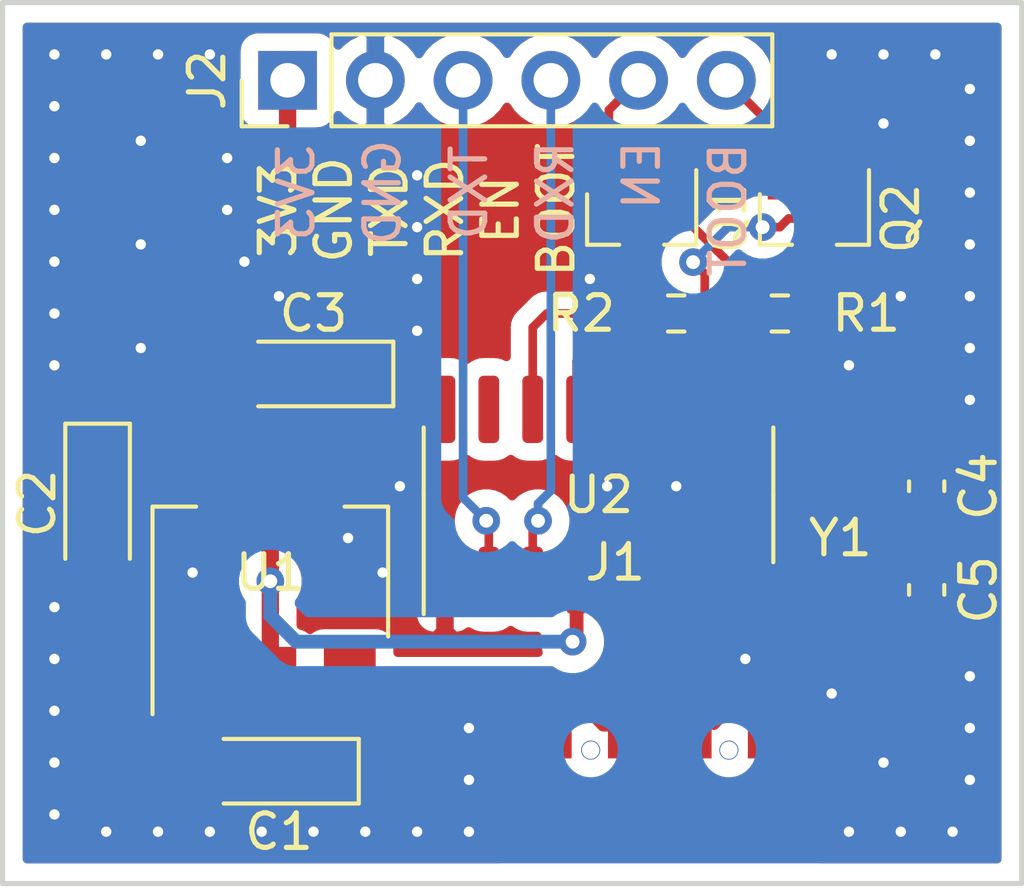
<source format=kicad_pcb>
(kicad_pcb (version 20171130) (host pcbnew "(5.1.10)-1")

  (general
    (thickness 1.6)
    (drawings 11)
    (tracks 162)
    (zones 0)
    (modules 14)
    (nets 23)
  )

  (page A4)
  (layers
    (0 F.Cu signal)
    (31 B.Cu signal)
    (32 B.Adhes user)
    (33 F.Adhes user)
    (34 B.Paste user)
    (35 F.Paste user)
    (36 B.SilkS user)
    (37 F.SilkS user)
    (38 B.Mask user)
    (39 F.Mask user)
    (40 Dwgs.User user)
    (41 Cmts.User user)
    (42 Eco1.User user)
    (43 Eco2.User user)
    (44 Edge.Cuts user)
    (45 Margin user)
    (46 B.CrtYd user)
    (47 F.CrtYd user)
    (48 B.Fab user)
    (49 F.Fab user hide)
  )

  (setup
    (last_trace_width 0.25)
    (user_trace_width 0.16)
    (user_trace_width 0.25)
    (user_trace_width 0.4)
    (user_trace_width 0.5)
    (trace_clearance 0.2)
    (zone_clearance 0.508)
    (zone_45_only no)
    (trace_min 0.1524)
    (via_size 0.8)
    (via_drill 0.4)
    (via_min_size 0.4)
    (via_min_drill 0.3)
    (uvia_size 0.3)
    (uvia_drill 0.1)
    (uvias_allowed no)
    (uvia_min_size 0.2)
    (uvia_min_drill 0.1)
    (edge_width 0.05)
    (segment_width 0.2)
    (pcb_text_width 0.3)
    (pcb_text_size 1.5 1.5)
    (mod_edge_width 0.12)
    (mod_text_size 1 1)
    (mod_text_width 0.15)
    (pad_size 0.4 1.85)
    (pad_drill 0)
    (pad_to_mask_clearance 0)
    (aux_axis_origin 0 0)
    (visible_elements 7FFFFFFF)
    (pcbplotparams
      (layerselection 0x010fc_ffffffff)
      (usegerberextensions false)
      (usegerberattributes true)
      (usegerberadvancedattributes true)
      (creategerberjobfile true)
      (excludeedgelayer true)
      (linewidth 0.100000)
      (plotframeref false)
      (viasonmask false)
      (mode 1)
      (useauxorigin false)
      (hpglpennumber 1)
      (hpglpenspeed 20)
      (hpglpendiameter 15.000000)
      (psnegative false)
      (psa4output false)
      (plotreference true)
      (plotvalue true)
      (plotinvisibletext false)
      (padsonsilk false)
      (subtractmaskfromsilk false)
      (outputformat 1)
      (mirror false)
      (drillshape 0)
      (scaleselection 1)
      (outputdirectory "fabrication/jlcpcb/"))
  )

  (net 0 "")
  (net 1 +5VD)
  (net 2 GND)
  (net 3 +3V3)
  (net 4 "Net-(C4-Pad2)")
  (net 5 "Net-(C5-Pad1)")
  (net 6 "Net-(J1-Pad2)")
  (net 7 "Net-(J1-Pad3)")
  (net 8 "Net-(J1-Pad4)")
  (net 9 "Net-(J1-Pad6)")
  (net 10 /TXD)
  (net 11 /RXD)
  (net 12 /EN)
  (net 13 /BOOT)
  (net 14 "Net-(Q1-Pad1)")
  (net 15 /RTS)
  (net 16 /DTR)
  (net 17 "Net-(Q2-Pad1)")
  (net 18 "Net-(U2-Pad9)")
  (net 19 "Net-(U2-Pad10)")
  (net 20 "Net-(U2-Pad11)")
  (net 21 "Net-(U2-Pad12)")
  (net 22 "Net-(U2-Pad15)")

  (net_class Default "This is the default net class."
    (clearance 0.2)
    (trace_width 0.25)
    (via_dia 0.8)
    (via_drill 0.4)
    (uvia_dia 0.3)
    (uvia_drill 0.1)
    (add_net +3V3)
    (add_net +5VD)
    (add_net /BOOT)
    (add_net /DTR)
    (add_net /EN)
    (add_net /RTS)
    (add_net /RXD)
    (add_net /TXD)
    (add_net GND)
    (add_net "Net-(C4-Pad2)")
    (add_net "Net-(C5-Pad1)")
    (add_net "Net-(J1-Pad2)")
    (add_net "Net-(J1-Pad3)")
    (add_net "Net-(J1-Pad4)")
    (add_net "Net-(J1-Pad6)")
    (add_net "Net-(Q1-Pad1)")
    (add_net "Net-(Q2-Pad1)")
    (add_net "Net-(U2-Pad10)")
    (add_net "Net-(U2-Pad11)")
    (add_net "Net-(U2-Pad12)")
    (add_net "Net-(U2-Pad15)")
    (add_net "Net-(U2-Pad9)")
  )

  (module esp32-programmer:USB_MicroQTJ (layer F.Cu) (tedit 60A4F0CB) (tstamp 60A430C9)
    (at 129.2352 84.455)
    (path /60B78CA0)
    (fp_text reference J1 (at 0 -4.75) (layer F.SilkS)
      (effects (font (size 1 1) (thickness 0.15)))
    )
    (fp_text value MicroQTJ (at 0 -0.5) (layer F.Fab)
      (effects (font (size 1 1) (thickness 0.15)))
    )
    (fp_line (start -2.7119 4.54906) (end 5.2881 4.54906) (layer Cmts.User) (width 0.1))
    (fp_text user "<- PCB_EDGE" (at 8.08736 4.5085) (layer Cmts.User)
      (effects (font (size 0.5 0.5) (thickness 0.05)))
    )
    (pad 1 smd rect (at -0.0119 -0.00094) (size 0.4 1.85) (layers F.Cu F.Paste F.Mask)
      (net 1 +5VD))
    (pad 2 smd rect (at 1.2881 -0.00094) (size 0.4 1.85) (layers F.Cu F.Paste F.Mask)
      (net 6 "Net-(J1-Pad2)"))
    (pad 3 smd rect (at 0.6381 -0.00094) (size 0.4 1.85) (layers F.Cu F.Paste F.Mask)
      (net 7 "Net-(J1-Pad3)"))
    (pad 4 smd rect (at 1.9381 -0.00094) (size 0.4 1.85) (layers F.Cu F.Paste F.Mask)
      (net 8 "Net-(J1-Pad4)"))
    (pad 5 smd rect (at 2.5881 -0.00094) (size 0.4 1.85) (layers F.Cu F.Paste F.Mask)
      (net 2 GND))
    (pad "" np_thru_hole circle (at -0.7119 0.68406) (size 0.55 0.55) (drill 0.5) (layers *.Cu *.Mask))
    (pad "" np_thru_hole circle (at 3.2881 0.68406) (size 0.55 0.55) (drill 0.5) (layers *.Cu *.Mask))
    (pad 6 smd rect (at -1.9819 2.83406) (size 1.69 1.3) (layers F.Cu F.Paste F.Mask)
      (net 9 "Net-(J1-Pad6)"))
    (pad 6 smd rect (at 4.5581 2.83406) (size 1.69 1.3) (layers F.Cu F.Paste F.Mask)
      (net 9 "Net-(J1-Pad6)"))
    (pad 6 smd rect (at -1.9994 0.47406) (size 1.475 0.9) (layers F.Cu F.Paste F.Mask)
      (net 9 "Net-(J1-Pad6)"))
    (pad 6 smd rect (at 4.5756 0.47406) (size 1.475 0.9) (layers F.Cu F.Paste F.Mask)
      (net 9 "Net-(J1-Pad6)"))
  )

  (module Capacitor_Tantalum_SMD:CP_EIA-3216-18_Kemet-A (layer F.Cu) (tedit 5EBA9318) (tstamp 60A43070)
    (at 119.5 85.75 180)
    (descr "Tantalum Capacitor SMD Kemet-A (3216-18 Metric), IPC_7351 nominal, (Body size from: http://www.kemet.com/Lists/ProductCatalog/Attachments/253/KEM_TC101_STD.pdf), generated with kicad-footprint-generator")
    (tags "capacitor tantalum")
    (path /60A3D7DA)
    (attr smd)
    (fp_text reference C1 (at 0 -1.75) (layer F.SilkS)
      (effects (font (size 1 1) (thickness 0.15)))
    )
    (fp_text value 10uF (at 0 1.75) (layer F.Fab)
      (effects (font (size 1 1) (thickness 0.15)))
    )
    (fp_line (start 1.6 -0.8) (end -1.2 -0.8) (layer F.Fab) (width 0.1))
    (fp_line (start -1.2 -0.8) (end -1.6 -0.4) (layer F.Fab) (width 0.1))
    (fp_line (start -1.6 -0.4) (end -1.6 0.8) (layer F.Fab) (width 0.1))
    (fp_line (start -1.6 0.8) (end 1.6 0.8) (layer F.Fab) (width 0.1))
    (fp_line (start 1.6 0.8) (end 1.6 -0.8) (layer F.Fab) (width 0.1))
    (fp_line (start 1.6 -0.935) (end -2.31 -0.935) (layer F.SilkS) (width 0.12))
    (fp_line (start -2.31 -0.935) (end -2.31 0.935) (layer F.SilkS) (width 0.12))
    (fp_line (start -2.31 0.935) (end 1.6 0.935) (layer F.SilkS) (width 0.12))
    (fp_line (start -2.3 1.05) (end -2.3 -1.05) (layer F.CrtYd) (width 0.05))
    (fp_line (start -2.3 -1.05) (end 2.3 -1.05) (layer F.CrtYd) (width 0.05))
    (fp_line (start 2.3 -1.05) (end 2.3 1.05) (layer F.CrtYd) (width 0.05))
    (fp_line (start 2.3 1.05) (end -2.3 1.05) (layer F.CrtYd) (width 0.05))
    (fp_text user %R (at 0 0) (layer F.Fab)
      (effects (font (size 0.8 0.8) (thickness 0.12)))
    )
    (pad 1 smd roundrect (at -1.35 0 180) (size 1.4 1.35) (layers F.Cu F.Paste F.Mask) (roundrect_rratio 0.1851844444444445)
      (net 1 +5VD))
    (pad 2 smd roundrect (at 1.35 0 180) (size 1.4 1.35) (layers F.Cu F.Paste F.Mask) (roundrect_rratio 0.1851844444444445)
      (net 2 GND))
    (model ${KISYS3DMOD}/Capacitor_Tantalum_SMD.3dshapes/CP_EIA-3216-18_Kemet-A.wrl
      (at (xyz 0 0 0))
      (scale (xyz 1 1 1))
      (rotate (xyz 0 0 0))
    )
  )

  (module Capacitor_Tantalum_SMD:CP_EIA-3216-18_Kemet-A (layer F.Cu) (tedit 5EBA9318) (tstamp 60A43083)
    (at 114.25 78 270)
    (descr "Tantalum Capacitor SMD Kemet-A (3216-18 Metric), IPC_7351 nominal, (Body size from: http://www.kemet.com/Lists/ProductCatalog/Attachments/253/KEM_TC101_STD.pdf), generated with kicad-footprint-generator")
    (tags "capacitor tantalum")
    (path /60A3F0B8)
    (attr smd)
    (fp_text reference C2 (at 0 1.75 90) (layer F.SilkS)
      (effects (font (size 1 1) (thickness 0.15)))
    )
    (fp_text value 10uF (at 0 1.75 90) (layer F.Fab)
      (effects (font (size 1 1) (thickness 0.15)))
    )
    (fp_line (start 1.6 -0.8) (end -1.2 -0.8) (layer F.Fab) (width 0.1))
    (fp_line (start -1.2 -0.8) (end -1.6 -0.4) (layer F.Fab) (width 0.1))
    (fp_line (start -1.6 -0.4) (end -1.6 0.8) (layer F.Fab) (width 0.1))
    (fp_line (start -1.6 0.8) (end 1.6 0.8) (layer F.Fab) (width 0.1))
    (fp_line (start 1.6 0.8) (end 1.6 -0.8) (layer F.Fab) (width 0.1))
    (fp_line (start 1.6 -0.935) (end -2.31 -0.935) (layer F.SilkS) (width 0.12))
    (fp_line (start -2.31 -0.935) (end -2.31 0.935) (layer F.SilkS) (width 0.12))
    (fp_line (start -2.31 0.935) (end 1.6 0.935) (layer F.SilkS) (width 0.12))
    (fp_line (start -2.3 1.05) (end -2.3 -1.05) (layer F.CrtYd) (width 0.05))
    (fp_line (start -2.3 -1.05) (end 2.3 -1.05) (layer F.CrtYd) (width 0.05))
    (fp_line (start 2.3 -1.05) (end 2.3 1.05) (layer F.CrtYd) (width 0.05))
    (fp_line (start 2.3 1.05) (end -2.3 1.05) (layer F.CrtYd) (width 0.05))
    (fp_text user %R (at 0 0 90) (layer F.Fab)
      (effects (font (size 0.8 0.8) (thickness 0.12)))
    )
    (pad 1 smd roundrect (at -1.35 0 270) (size 1.4 1.35) (layers F.Cu F.Paste F.Mask) (roundrect_rratio 0.1851844444444445)
      (net 3 +3V3))
    (pad 2 smd roundrect (at 1.35 0 270) (size 1.4 1.35) (layers F.Cu F.Paste F.Mask) (roundrect_rratio 0.1851844444444445)
      (net 2 GND))
    (model ${KISYS3DMOD}/Capacitor_Tantalum_SMD.3dshapes/CP_EIA-3216-18_Kemet-A.wrl
      (at (xyz 0 0 0))
      (scale (xyz 1 1 1))
      (rotate (xyz 0 0 0))
    )
  )

  (module Capacitor_Tantalum_SMD:CP_EIA-3216-18_Kemet-A (layer F.Cu) (tedit 5EBA9318) (tstamp 60A43096)
    (at 120.5 74.25 180)
    (descr "Tantalum Capacitor SMD Kemet-A (3216-18 Metric), IPC_7351 nominal, (Body size from: http://www.kemet.com/Lists/ProductCatalog/Attachments/253/KEM_TC101_STD.pdf), generated with kicad-footprint-generator")
    (tags "capacitor tantalum")
    (path /60A3ED44)
    (attr smd)
    (fp_text reference C3 (at 0 1.75) (layer F.SilkS)
      (effects (font (size 1 1) (thickness 0.15)))
    )
    (fp_text value 10uF (at 0 1.75) (layer F.Fab)
      (effects (font (size 1 1) (thickness 0.15)))
    )
    (fp_line (start 2.3 1.05) (end -2.3 1.05) (layer F.CrtYd) (width 0.05))
    (fp_line (start 2.3 -1.05) (end 2.3 1.05) (layer F.CrtYd) (width 0.05))
    (fp_line (start -2.3 -1.05) (end 2.3 -1.05) (layer F.CrtYd) (width 0.05))
    (fp_line (start -2.3 1.05) (end -2.3 -1.05) (layer F.CrtYd) (width 0.05))
    (fp_line (start -2.31 0.935) (end 1.6 0.935) (layer F.SilkS) (width 0.12))
    (fp_line (start -2.31 -0.935) (end -2.31 0.935) (layer F.SilkS) (width 0.12))
    (fp_line (start 1.6 -0.935) (end -2.31 -0.935) (layer F.SilkS) (width 0.12))
    (fp_line (start 1.6 0.8) (end 1.6 -0.8) (layer F.Fab) (width 0.1))
    (fp_line (start -1.6 0.8) (end 1.6 0.8) (layer F.Fab) (width 0.1))
    (fp_line (start -1.6 -0.4) (end -1.6 0.8) (layer F.Fab) (width 0.1))
    (fp_line (start -1.2 -0.8) (end -1.6 -0.4) (layer F.Fab) (width 0.1))
    (fp_line (start 1.6 -0.8) (end -1.2 -0.8) (layer F.Fab) (width 0.1))
    (fp_text user %R (at 0 0) (layer F.Fab)
      (effects (font (size 0.8 0.8) (thickness 0.12)))
    )
    (pad 2 smd roundrect (at 1.35 0 180) (size 1.4 1.35) (layers F.Cu F.Paste F.Mask) (roundrect_rratio 0.1851844444444445)
      (net 2 GND))
    (pad 1 smd roundrect (at -1.35 0 180) (size 1.4 1.35) (layers F.Cu F.Paste F.Mask) (roundrect_rratio 0.1851844444444445)
      (net 3 +3V3))
    (model ${KISYS3DMOD}/Capacitor_Tantalum_SMD.3dshapes/CP_EIA-3216-18_Kemet-A.wrl
      (at (xyz 0 0 0))
      (scale (xyz 1 1 1))
      (rotate (xyz 0 0 0))
    )
  )

  (module Capacitor_SMD:C_0603_1608Metric (layer F.Cu) (tedit 5F68FEEE) (tstamp 60A430A7)
    (at 138.25 77.5 90)
    (descr "Capacitor SMD 0603 (1608 Metric), square (rectangular) end terminal, IPC_7351 nominal, (Body size source: IPC-SM-782 page 76, https://www.pcb-3d.com/wordpress/wp-content/uploads/ipc-sm-782a_amendment_1_and_2.pdf), generated with kicad-footprint-generator")
    (tags capacitor)
    (path /60B82D26)
    (attr smd)
    (fp_text reference C4 (at 0 1.5 90) (layer F.SilkS)
      (effects (font (size 1 1) (thickness 0.15)))
    )
    (fp_text value 30pf (at 0 1.43 90) (layer F.Fab)
      (effects (font (size 1 1) (thickness 0.15)))
    )
    (fp_line (start -0.8 0.4) (end -0.8 -0.4) (layer F.Fab) (width 0.1))
    (fp_line (start -0.8 -0.4) (end 0.8 -0.4) (layer F.Fab) (width 0.1))
    (fp_line (start 0.8 -0.4) (end 0.8 0.4) (layer F.Fab) (width 0.1))
    (fp_line (start 0.8 0.4) (end -0.8 0.4) (layer F.Fab) (width 0.1))
    (fp_line (start -0.14058 -0.51) (end 0.14058 -0.51) (layer F.SilkS) (width 0.12))
    (fp_line (start -0.14058 0.51) (end 0.14058 0.51) (layer F.SilkS) (width 0.12))
    (fp_line (start -1.48 0.73) (end -1.48 -0.73) (layer F.CrtYd) (width 0.05))
    (fp_line (start -1.48 -0.73) (end 1.48 -0.73) (layer F.CrtYd) (width 0.05))
    (fp_line (start 1.48 -0.73) (end 1.48 0.73) (layer F.CrtYd) (width 0.05))
    (fp_line (start 1.48 0.73) (end -1.48 0.73) (layer F.CrtYd) (width 0.05))
    (fp_text user %R (at 0 0 90) (layer F.Fab)
      (effects (font (size 0.4 0.4) (thickness 0.06)))
    )
    (pad 1 smd roundrect (at -0.775 0 90) (size 0.9 0.95) (layers F.Cu F.Paste F.Mask) (roundrect_rratio 0.25)
      (net 2 GND))
    (pad 2 smd roundrect (at 0.775 0 90) (size 0.9 0.95) (layers F.Cu F.Paste F.Mask) (roundrect_rratio 0.25)
      (net 4 "Net-(C4-Pad2)"))
    (model ${KISYS3DMOD}/Capacitor_SMD.3dshapes/C_0603_1608Metric.wrl
      (at (xyz 0 0 0))
      (scale (xyz 1 1 1))
      (rotate (xyz 0 0 0))
    )
  )

  (module Capacitor_SMD:C_0603_1608Metric (layer F.Cu) (tedit 5F68FEEE) (tstamp 60A430B8)
    (at 138.25 80.5 90)
    (descr "Capacitor SMD 0603 (1608 Metric), square (rectangular) end terminal, IPC_7351 nominal, (Body size source: IPC-SM-782 page 76, https://www.pcb-3d.com/wordpress/wp-content/uploads/ipc-sm-782a_amendment_1_and_2.pdf), generated with kicad-footprint-generator")
    (tags capacitor)
    (path /60B83582)
    (attr smd)
    (fp_text reference C5 (at 0 1.5 90) (layer F.SilkS)
      (effects (font (size 1 1) (thickness 0.15)))
    )
    (fp_text value 30pf (at 0 1.43 90) (layer F.Fab)
      (effects (font (size 1 1) (thickness 0.15)))
    )
    (fp_line (start 1.48 0.73) (end -1.48 0.73) (layer F.CrtYd) (width 0.05))
    (fp_line (start 1.48 -0.73) (end 1.48 0.73) (layer F.CrtYd) (width 0.05))
    (fp_line (start -1.48 -0.73) (end 1.48 -0.73) (layer F.CrtYd) (width 0.05))
    (fp_line (start -1.48 0.73) (end -1.48 -0.73) (layer F.CrtYd) (width 0.05))
    (fp_line (start -0.14058 0.51) (end 0.14058 0.51) (layer F.SilkS) (width 0.12))
    (fp_line (start -0.14058 -0.51) (end 0.14058 -0.51) (layer F.SilkS) (width 0.12))
    (fp_line (start 0.8 0.4) (end -0.8 0.4) (layer F.Fab) (width 0.1))
    (fp_line (start 0.8 -0.4) (end 0.8 0.4) (layer F.Fab) (width 0.1))
    (fp_line (start -0.8 -0.4) (end 0.8 -0.4) (layer F.Fab) (width 0.1))
    (fp_line (start -0.8 0.4) (end -0.8 -0.4) (layer F.Fab) (width 0.1))
    (fp_text user %R (at 0 0 90) (layer F.Fab)
      (effects (font (size 0.4 0.4) (thickness 0.06)))
    )
    (pad 2 smd roundrect (at 0.775 0 90) (size 0.9 0.95) (layers F.Cu F.Paste F.Mask) (roundrect_rratio 0.25)
      (net 2 GND))
    (pad 1 smd roundrect (at -0.775 0 90) (size 0.9 0.95) (layers F.Cu F.Paste F.Mask) (roundrect_rratio 0.25)
      (net 5 "Net-(C5-Pad1)"))
    (model ${KISYS3DMOD}/Capacitor_SMD.3dshapes/C_0603_1608Metric.wrl
      (at (xyz 0 0 0))
      (scale (xyz 1 1 1))
      (rotate (xyz 0 0 0))
    )
  )

  (module Connector_PinHeader_2.54mm:PinHeader_1x06_P2.54mm_Vertical (layer F.Cu) (tedit 59FED5CC) (tstamp 60A430E3)
    (at 119.75 65.75 90)
    (descr "Through hole straight pin header, 1x06, 2.54mm pitch, single row")
    (tags "Through hole pin header THT 1x06 2.54mm single row")
    (path /60B8731F)
    (fp_text reference J2 (at 0 -2.33 90) (layer F.SilkS)
      (effects (font (size 1 1) (thickness 0.15)))
    )
    (fp_text value Conn_01x06_Male (at 0 15.03 90) (layer F.Fab)
      (effects (font (size 1 1) (thickness 0.15)))
    )
    (fp_line (start -0.635 -1.27) (end 1.27 -1.27) (layer F.Fab) (width 0.1))
    (fp_line (start 1.27 -1.27) (end 1.27 13.97) (layer F.Fab) (width 0.1))
    (fp_line (start 1.27 13.97) (end -1.27 13.97) (layer F.Fab) (width 0.1))
    (fp_line (start -1.27 13.97) (end -1.27 -0.635) (layer F.Fab) (width 0.1))
    (fp_line (start -1.27 -0.635) (end -0.635 -1.27) (layer F.Fab) (width 0.1))
    (fp_line (start -1.33 14.03) (end 1.33 14.03) (layer F.SilkS) (width 0.12))
    (fp_line (start -1.33 1.27) (end -1.33 14.03) (layer F.SilkS) (width 0.12))
    (fp_line (start 1.33 1.27) (end 1.33 14.03) (layer F.SilkS) (width 0.12))
    (fp_line (start -1.33 1.27) (end 1.33 1.27) (layer F.SilkS) (width 0.12))
    (fp_line (start -1.33 0) (end -1.33 -1.33) (layer F.SilkS) (width 0.12))
    (fp_line (start -1.33 -1.33) (end 0 -1.33) (layer F.SilkS) (width 0.12))
    (fp_line (start -1.8 -1.8) (end -1.8 14.5) (layer F.CrtYd) (width 0.05))
    (fp_line (start -1.8 14.5) (end 1.8 14.5) (layer F.CrtYd) (width 0.05))
    (fp_line (start 1.8 14.5) (end 1.8 -1.8) (layer F.CrtYd) (width 0.05))
    (fp_line (start 1.8 -1.8) (end -1.8 -1.8) (layer F.CrtYd) (width 0.05))
    (fp_text user %R (at 0 6.35) (layer F.Fab)
      (effects (font (size 1 1) (thickness 0.15)))
    )
    (pad 1 thru_hole rect (at 0 0 90) (size 1.7 1.7) (drill 1) (layers *.Cu *.Mask)
      (net 3 +3V3))
    (pad 2 thru_hole oval (at 0 2.54 90) (size 1.7 1.7) (drill 1) (layers *.Cu *.Mask)
      (net 2 GND))
    (pad 3 thru_hole oval (at 0 5.08 90) (size 1.7 1.7) (drill 1) (layers *.Cu *.Mask)
      (net 10 /TXD))
    (pad 4 thru_hole oval (at 0 7.62 90) (size 1.7 1.7) (drill 1) (layers *.Cu *.Mask)
      (net 11 /RXD))
    (pad 5 thru_hole oval (at 0 10.16 90) (size 1.7 1.7) (drill 1) (layers *.Cu *.Mask)
      (net 12 /EN))
    (pad 6 thru_hole oval (at 0 12.7 90) (size 1.7 1.7) (drill 1) (layers *.Cu *.Mask)
      (net 13 /BOOT))
    (model ${KISYS3DMOD}/Connector_PinHeader_2.54mm.3dshapes/PinHeader_1x06_P2.54mm_Vertical.wrl
      (at (xyz 0 0 0))
      (scale (xyz 1 1 1))
      (rotate (xyz 0 0 0))
    )
  )

  (module Package_TO_SOT_SMD:SOT-23 (layer F.Cu) (tedit 5A02FF57) (tstamp 60A430F8)
    (at 130 69.75 270)
    (descr "SOT-23, Standard")
    (tags SOT-23)
    (path /60B8D21D)
    (attr smd)
    (fp_text reference Q1 (at 0 -2.5 90) (layer F.SilkS)
      (effects (font (size 1 1) (thickness 0.15)))
    )
    (fp_text value Q_NPN_BCE (at 0 2.5 90) (layer F.Fab)
      (effects (font (size 1 1) (thickness 0.15)))
    )
    (fp_line (start -0.7 -0.95) (end -0.7 1.5) (layer F.Fab) (width 0.1))
    (fp_line (start -0.15 -1.52) (end 0.7 -1.52) (layer F.Fab) (width 0.1))
    (fp_line (start -0.7 -0.95) (end -0.15 -1.52) (layer F.Fab) (width 0.1))
    (fp_line (start 0.7 -1.52) (end 0.7 1.52) (layer F.Fab) (width 0.1))
    (fp_line (start -0.7 1.52) (end 0.7 1.52) (layer F.Fab) (width 0.1))
    (fp_line (start 0.76 1.58) (end 0.76 0.65) (layer F.SilkS) (width 0.12))
    (fp_line (start 0.76 -1.58) (end 0.76 -0.65) (layer F.SilkS) (width 0.12))
    (fp_line (start -1.7 -1.75) (end 1.7 -1.75) (layer F.CrtYd) (width 0.05))
    (fp_line (start 1.7 -1.75) (end 1.7 1.75) (layer F.CrtYd) (width 0.05))
    (fp_line (start 1.7 1.75) (end -1.7 1.75) (layer F.CrtYd) (width 0.05))
    (fp_line (start -1.7 1.75) (end -1.7 -1.75) (layer F.CrtYd) (width 0.05))
    (fp_line (start 0.76 -1.58) (end -1.4 -1.58) (layer F.SilkS) (width 0.12))
    (fp_line (start 0.76 1.58) (end -0.7 1.58) (layer F.SilkS) (width 0.12))
    (fp_text user %R (at 0 0) (layer F.Fab)
      (effects (font (size 0.5 0.5) (thickness 0.075)))
    )
    (pad 1 smd rect (at -1 -0.95 270) (size 0.9 0.8) (layers F.Cu F.Paste F.Mask)
      (net 14 "Net-(Q1-Pad1)"))
    (pad 2 smd rect (at -1 0.95 270) (size 0.9 0.8) (layers F.Cu F.Paste F.Mask)
      (net 12 /EN))
    (pad 3 smd rect (at 1 0 270) (size 0.9 0.8) (layers F.Cu F.Paste F.Mask)
      (net 15 /RTS))
    (model ${KISYS3DMOD}/Package_TO_SOT_SMD.3dshapes/SOT-23.wrl
      (at (xyz 0 0 0))
      (scale (xyz 1 1 1))
      (rotate (xyz 0 0 0))
    )
  )

  (module Package_TO_SOT_SMD:SOT-23 (layer F.Cu) (tedit 5A02FF57) (tstamp 60A4310D)
    (at 135 69.75 270)
    (descr "SOT-23, Standard")
    (tags SOT-23)
    (path /60B8DFFF)
    (attr smd)
    (fp_text reference Q2 (at 0 -2.5 90) (layer F.SilkS)
      (effects (font (size 1 1) (thickness 0.15)))
    )
    (fp_text value Q_NPN_BCE (at 0 2.5 90) (layer F.Fab)
      (effects (font (size 1 1) (thickness 0.15)))
    )
    (fp_line (start 0.76 1.58) (end -0.7 1.58) (layer F.SilkS) (width 0.12))
    (fp_line (start 0.76 -1.58) (end -1.4 -1.58) (layer F.SilkS) (width 0.12))
    (fp_line (start -1.7 1.75) (end -1.7 -1.75) (layer F.CrtYd) (width 0.05))
    (fp_line (start 1.7 1.75) (end -1.7 1.75) (layer F.CrtYd) (width 0.05))
    (fp_line (start 1.7 -1.75) (end 1.7 1.75) (layer F.CrtYd) (width 0.05))
    (fp_line (start -1.7 -1.75) (end 1.7 -1.75) (layer F.CrtYd) (width 0.05))
    (fp_line (start 0.76 -1.58) (end 0.76 -0.65) (layer F.SilkS) (width 0.12))
    (fp_line (start 0.76 1.58) (end 0.76 0.65) (layer F.SilkS) (width 0.12))
    (fp_line (start -0.7 1.52) (end 0.7 1.52) (layer F.Fab) (width 0.1))
    (fp_line (start 0.7 -1.52) (end 0.7 1.52) (layer F.Fab) (width 0.1))
    (fp_line (start -0.7 -0.95) (end -0.15 -1.52) (layer F.Fab) (width 0.1))
    (fp_line (start -0.15 -1.52) (end 0.7 -1.52) (layer F.Fab) (width 0.1))
    (fp_line (start -0.7 -0.95) (end -0.7 1.5) (layer F.Fab) (width 0.1))
    (fp_text user %R (at 0 0) (layer F.Fab)
      (effects (font (size 0.5 0.5) (thickness 0.075)))
    )
    (pad 3 smd rect (at 1 0 270) (size 0.9 0.8) (layers F.Cu F.Paste F.Mask)
      (net 16 /DTR))
    (pad 2 smd rect (at -1 0.95 270) (size 0.9 0.8) (layers F.Cu F.Paste F.Mask)
      (net 13 /BOOT))
    (pad 1 smd rect (at -1 -0.95 270) (size 0.9 0.8) (layers F.Cu F.Paste F.Mask)
      (net 17 "Net-(Q2-Pad1)"))
    (model ${KISYS3DMOD}/Package_TO_SOT_SMD.3dshapes/SOT-23.wrl
      (at (xyz 0 0 0))
      (scale (xyz 1 1 1))
      (rotate (xyz 0 0 0))
    )
  )

  (module Resistor_SMD:R_0603_1608Metric (layer F.Cu) (tedit 5F68FEEE) (tstamp 60A4311E)
    (at 134 72.5)
    (descr "Resistor SMD 0603 (1608 Metric), square (rectangular) end terminal, IPC_7351 nominal, (Body size source: IPC-SM-782 page 72, https://www.pcb-3d.com/wordpress/wp-content/uploads/ipc-sm-782a_amendment_1_and_2.pdf), generated with kicad-footprint-generator")
    (tags resistor)
    (path /60B8FD55)
    (attr smd)
    (fp_text reference R1 (at 2.5 0) (layer F.SilkS)
      (effects (font (size 1 1) (thickness 0.15)))
    )
    (fp_text value R (at 0 1.43) (layer F.Fab)
      (effects (font (size 1 1) (thickness 0.15)))
    )
    (fp_line (start -0.8 0.4125) (end -0.8 -0.4125) (layer F.Fab) (width 0.1))
    (fp_line (start -0.8 -0.4125) (end 0.8 -0.4125) (layer F.Fab) (width 0.1))
    (fp_line (start 0.8 -0.4125) (end 0.8 0.4125) (layer F.Fab) (width 0.1))
    (fp_line (start 0.8 0.4125) (end -0.8 0.4125) (layer F.Fab) (width 0.1))
    (fp_line (start -0.237258 -0.5225) (end 0.237258 -0.5225) (layer F.SilkS) (width 0.12))
    (fp_line (start -0.237258 0.5225) (end 0.237258 0.5225) (layer F.SilkS) (width 0.12))
    (fp_line (start -1.48 0.73) (end -1.48 -0.73) (layer F.CrtYd) (width 0.05))
    (fp_line (start -1.48 -0.73) (end 1.48 -0.73) (layer F.CrtYd) (width 0.05))
    (fp_line (start 1.48 -0.73) (end 1.48 0.73) (layer F.CrtYd) (width 0.05))
    (fp_line (start 1.48 0.73) (end -1.48 0.73) (layer F.CrtYd) (width 0.05))
    (fp_text user %R (at 0 0) (layer F.Fab)
      (effects (font (size 0.4 0.4) (thickness 0.06)))
    )
    (pad 1 smd roundrect (at -0.825 0) (size 0.8 0.95) (layers F.Cu F.Paste F.Mask) (roundrect_rratio 0.25)
      (net 14 "Net-(Q1-Pad1)"))
    (pad 2 smd roundrect (at 0.825 0) (size 0.8 0.95) (layers F.Cu F.Paste F.Mask) (roundrect_rratio 0.25)
      (net 16 /DTR))
    (model ${KISYS3DMOD}/Resistor_SMD.3dshapes/R_0603_1608Metric.wrl
      (at (xyz 0 0 0))
      (scale (xyz 1 1 1))
      (rotate (xyz 0 0 0))
    )
  )

  (module Resistor_SMD:R_0603_1608Metric (layer F.Cu) (tedit 5F68FEEE) (tstamp 60A4312F)
    (at 131 72.5 180)
    (descr "Resistor SMD 0603 (1608 Metric), square (rectangular) end terminal, IPC_7351 nominal, (Body size source: IPC-SM-782 page 72, https://www.pcb-3d.com/wordpress/wp-content/uploads/ipc-sm-782a_amendment_1_and_2.pdf), generated with kicad-footprint-generator")
    (tags resistor)
    (path /60B902CA)
    (attr smd)
    (fp_text reference R2 (at 2.75 0) (layer F.SilkS)
      (effects (font (size 1 1) (thickness 0.15)))
    )
    (fp_text value R (at 0 1.43) (layer F.Fab)
      (effects (font (size 1 1) (thickness 0.15)))
    )
    (fp_line (start 1.48 0.73) (end -1.48 0.73) (layer F.CrtYd) (width 0.05))
    (fp_line (start 1.48 -0.73) (end 1.48 0.73) (layer F.CrtYd) (width 0.05))
    (fp_line (start -1.48 -0.73) (end 1.48 -0.73) (layer F.CrtYd) (width 0.05))
    (fp_line (start -1.48 0.73) (end -1.48 -0.73) (layer F.CrtYd) (width 0.05))
    (fp_line (start -0.237258 0.5225) (end 0.237258 0.5225) (layer F.SilkS) (width 0.12))
    (fp_line (start -0.237258 -0.5225) (end 0.237258 -0.5225) (layer F.SilkS) (width 0.12))
    (fp_line (start 0.8 0.4125) (end -0.8 0.4125) (layer F.Fab) (width 0.1))
    (fp_line (start 0.8 -0.4125) (end 0.8 0.4125) (layer F.Fab) (width 0.1))
    (fp_line (start -0.8 -0.4125) (end 0.8 -0.4125) (layer F.Fab) (width 0.1))
    (fp_line (start -0.8 0.4125) (end -0.8 -0.4125) (layer F.Fab) (width 0.1))
    (fp_text user %R (at 0 0) (layer F.Fab)
      (effects (font (size 0.4 0.4) (thickness 0.06)))
    )
    (pad 2 smd roundrect (at 0.825 0 180) (size 0.8 0.95) (layers F.Cu F.Paste F.Mask) (roundrect_rratio 0.25)
      (net 15 /RTS))
    (pad 1 smd roundrect (at -0.825 0 180) (size 0.8 0.95) (layers F.Cu F.Paste F.Mask) (roundrect_rratio 0.25)
      (net 17 "Net-(Q2-Pad1)"))
    (model ${KISYS3DMOD}/Resistor_SMD.3dshapes/R_0603_1608Metric.wrl
      (at (xyz 0 0 0))
      (scale (xyz 1 1 1))
      (rotate (xyz 0 0 0))
    )
  )

  (module Package_TO_SOT_SMD:SOT-223-3_TabPin2 (layer F.Cu) (tedit 5A02FF57) (tstamp 60A43145)
    (at 119.25 80 90)
    (descr "module CMS SOT223 4 pins")
    (tags "CMS SOT")
    (path /60A3C5EF)
    (attr smd)
    (fp_text reference U1 (at 0 0) (layer F.SilkS)
      (effects (font (size 1 1) (thickness 0.15)))
    )
    (fp_text value AMS1117-3.3 (at 0 4.5 90) (layer F.Fab)
      (effects (font (size 1 1) (thickness 0.15)))
    )
    (fp_line (start 1.91 3.41) (end 1.91 2.15) (layer F.SilkS) (width 0.12))
    (fp_line (start 1.91 -3.41) (end 1.91 -2.15) (layer F.SilkS) (width 0.12))
    (fp_line (start 4.4 -3.6) (end -4.4 -3.6) (layer F.CrtYd) (width 0.05))
    (fp_line (start 4.4 3.6) (end 4.4 -3.6) (layer F.CrtYd) (width 0.05))
    (fp_line (start -4.4 3.6) (end 4.4 3.6) (layer F.CrtYd) (width 0.05))
    (fp_line (start -4.4 -3.6) (end -4.4 3.6) (layer F.CrtYd) (width 0.05))
    (fp_line (start -1.85 -2.35) (end -0.85 -3.35) (layer F.Fab) (width 0.1))
    (fp_line (start -1.85 -2.35) (end -1.85 3.35) (layer F.Fab) (width 0.1))
    (fp_line (start -1.85 3.41) (end 1.91 3.41) (layer F.SilkS) (width 0.12))
    (fp_line (start -0.85 -3.35) (end 1.85 -3.35) (layer F.Fab) (width 0.1))
    (fp_line (start -4.1 -3.41) (end 1.91 -3.41) (layer F.SilkS) (width 0.12))
    (fp_line (start -1.85 3.35) (end 1.85 3.35) (layer F.Fab) (width 0.1))
    (fp_line (start 1.85 -3.35) (end 1.85 3.35) (layer F.Fab) (width 0.1))
    (fp_text user %R (at 0 0) (layer F.Fab)
      (effects (font (size 0.8 0.8) (thickness 0.12)))
    )
    (pad 2 smd rect (at 3.15 0 90) (size 2 3.8) (layers F.Cu F.Paste F.Mask)
      (net 3 +3V3))
    (pad 2 smd rect (at -3.15 0 90) (size 2 1.5) (layers F.Cu F.Paste F.Mask)
      (net 3 +3V3))
    (pad 3 smd rect (at -3.15 2.3 90) (size 2 1.5) (layers F.Cu F.Paste F.Mask)
      (net 1 +5VD))
    (pad 1 smd rect (at -3.15 -2.3 90) (size 2 1.5) (layers F.Cu F.Paste F.Mask)
      (net 2 GND))
    (model ${KISYS3DMOD}/Package_TO_SOT_SMD.3dshapes/SOT-223.wrl
      (at (xyz 0 0 0))
      (scale (xyz 1 1 1))
      (rotate (xyz 0 0 0))
    )
  )

  (module Package_SO:SOIC-16_3.9x9.9mm_P1.27mm (layer F.Cu) (tedit 5D9F72B1) (tstamp 60A43167)
    (at 128.75 77.75 90)
    (descr "SOIC, 16 Pin (JEDEC MS-012AC, https://www.analog.com/media/en/package-pcb-resources/package/pkg_pdf/soic_narrow-r/r_16.pdf), generated with kicad-footprint-generator ipc_gullwing_generator.py")
    (tags "SOIC SO")
    (path /60B77A02)
    (attr smd)
    (fp_text reference U2 (at 0 0) (layer F.SilkS)
      (effects (font (size 1 1) (thickness 0.15)))
    )
    (fp_text value CH340G (at 0 5.9 90) (layer F.Fab)
      (effects (font (size 1 1) (thickness 0.15)))
    )
    (fp_line (start 0 5.06) (end 1.95 5.06) (layer F.SilkS) (width 0.12))
    (fp_line (start 0 5.06) (end -1.95 5.06) (layer F.SilkS) (width 0.12))
    (fp_line (start 0 -5.06) (end 1.95 -5.06) (layer F.SilkS) (width 0.12))
    (fp_line (start 0 -5.06) (end -3.45 -5.06) (layer F.SilkS) (width 0.12))
    (fp_line (start -0.975 -4.95) (end 1.95 -4.95) (layer F.Fab) (width 0.1))
    (fp_line (start 1.95 -4.95) (end 1.95 4.95) (layer F.Fab) (width 0.1))
    (fp_line (start 1.95 4.95) (end -1.95 4.95) (layer F.Fab) (width 0.1))
    (fp_line (start -1.95 4.95) (end -1.95 -3.975) (layer F.Fab) (width 0.1))
    (fp_line (start -1.95 -3.975) (end -0.975 -4.95) (layer F.Fab) (width 0.1))
    (fp_line (start -3.7 -5.2) (end -3.7 5.2) (layer F.CrtYd) (width 0.05))
    (fp_line (start -3.7 5.2) (end 3.7 5.2) (layer F.CrtYd) (width 0.05))
    (fp_line (start 3.7 5.2) (end 3.7 -5.2) (layer F.CrtYd) (width 0.05))
    (fp_line (start 3.7 -5.2) (end -3.7 -5.2) (layer F.CrtYd) (width 0.05))
    (fp_text user %R (at 0 0 90) (layer F.Fab)
      (effects (font (size 0.98 0.98) (thickness 0.15)))
    )
    (pad 1 smd roundrect (at -2.475 -4.445 90) (size 1.95 0.6) (layers F.Cu F.Paste F.Mask) (roundrect_rratio 0.25)
      (net 2 GND))
    (pad 2 smd roundrect (at -2.475 -3.175 90) (size 1.95 0.6) (layers F.Cu F.Paste F.Mask) (roundrect_rratio 0.25)
      (net 10 /TXD))
    (pad 3 smd roundrect (at -2.475 -1.905 90) (size 1.95 0.6) (layers F.Cu F.Paste F.Mask) (roundrect_rratio 0.25)
      (net 11 /RXD))
    (pad 4 smd roundrect (at -2.475 -0.635 90) (size 1.95 0.6) (layers F.Cu F.Paste F.Mask) (roundrect_rratio 0.25)
      (net 3 +3V3))
    (pad 5 smd roundrect (at -2.475 0.635 90) (size 1.95 0.6) (layers F.Cu F.Paste F.Mask) (roundrect_rratio 0.25)
      (net 7 "Net-(J1-Pad3)"))
    (pad 6 smd roundrect (at -2.475 1.905 90) (size 1.95 0.6) (layers F.Cu F.Paste F.Mask) (roundrect_rratio 0.25)
      (net 6 "Net-(J1-Pad2)"))
    (pad 7 smd roundrect (at -2.475 3.175 90) (size 1.95 0.6) (layers F.Cu F.Paste F.Mask) (roundrect_rratio 0.25)
      (net 4 "Net-(C4-Pad2)"))
    (pad 8 smd roundrect (at -2.475 4.445 90) (size 1.95 0.6) (layers F.Cu F.Paste F.Mask) (roundrect_rratio 0.25)
      (net 5 "Net-(C5-Pad1)"))
    (pad 9 smd roundrect (at 2.475 4.445 90) (size 1.95 0.6) (layers F.Cu F.Paste F.Mask) (roundrect_rratio 0.25)
      (net 18 "Net-(U2-Pad9)"))
    (pad 10 smd roundrect (at 2.475 3.175 90) (size 1.95 0.6) (layers F.Cu F.Paste F.Mask) (roundrect_rratio 0.25)
      (net 19 "Net-(U2-Pad10)"))
    (pad 11 smd roundrect (at 2.475 1.905 90) (size 1.95 0.6) (layers F.Cu F.Paste F.Mask) (roundrect_rratio 0.25)
      (net 20 "Net-(U2-Pad11)"))
    (pad 12 smd roundrect (at 2.475 0.635 90) (size 1.95 0.6) (layers F.Cu F.Paste F.Mask) (roundrect_rratio 0.25)
      (net 21 "Net-(U2-Pad12)"))
    (pad 13 smd roundrect (at 2.475 -0.635 90) (size 1.95 0.6) (layers F.Cu F.Paste F.Mask) (roundrect_rratio 0.25)
      (net 16 /DTR))
    (pad 14 smd roundrect (at 2.475 -1.905 90) (size 1.95 0.6) (layers F.Cu F.Paste F.Mask) (roundrect_rratio 0.25)
      (net 15 /RTS))
    (pad 15 smd roundrect (at 2.475 -3.175 90) (size 1.95 0.6) (layers F.Cu F.Paste F.Mask) (roundrect_rratio 0.25)
      (net 22 "Net-(U2-Pad15)"))
    (pad 16 smd roundrect (at 2.475 -4.445 90) (size 1.95 0.6) (layers F.Cu F.Paste F.Mask) (roundrect_rratio 0.25)
      (net 3 +3V3))
    (model ${KISYS3DMOD}/Package_SO.3dshapes/SOIC-16_3.9x9.9mm_P1.27mm.wrl
      (at (xyz 0 0 0))
      (scale (xyz 1 1 1))
      (rotate (xyz 0 0 0))
    )
  )

  (module esp32-programmer:XTAL_XSHEELNANF-12MHZ (layer F.Cu) (tedit 60A3DAB9) (tstamp 60A4316D)
    (at 135.75 79 90)
    (path /60B7C29D)
    (fp_text reference Y1 (at 0 0 180) (layer F.SilkS)
      (effects (font (size 1 1) (thickness 0.15)))
    )
    (fp_text value XSHEELNANF-12MHZ (at 0 -0.5 90) (layer F.Fab)
      (effects (font (size 1 1) (thickness 0.15)))
    )
    (pad 1 smd rect (at -2.05 0 90) (size 1.9 2.4) (layers F.Cu F.Paste F.Mask)
      (net 5 "Net-(C5-Pad1)"))
    (pad 2 smd rect (at 2.05 0 90) (size 1.9 2.4) (layers F.Cu F.Paste F.Mask)
      (net 4 "Net-(C4-Pad2)"))
  )

  (gr_text "3V3\nGND\nTXD\nRXD\nEN\nBOOT" (at 123.5 69.5 90) (layer F.SilkS)
    (effects (font (size 1 1) (thickness 0.15)))
  )
  (gr_text BOOT (at 132.5 69.5 90) (layer B.SilkS)
    (effects (font (size 1 1) (thickness 0.15)) (justify mirror))
  )
  (gr_text EN (at 130 68.5 90) (layer B.SilkS)
    (effects (font (size 1 1) (thickness 0.15)) (justify mirror))
  )
  (gr_text RXD (at 127.5 69 90) (layer B.SilkS)
    (effects (font (size 1 1) (thickness 0.15)) (justify mirror))
  )
  (gr_text TXD (at 125 69 90) (layer B.SilkS)
    (effects (font (size 1 1) (thickness 0.15)) (justify mirror))
  )
  (gr_text GND (at 122.5 69 90) (layer B.SilkS)
    (effects (font (size 1 1) (thickness 0.15)) (justify mirror))
  )
  (gr_text 3V3 (at 120 69 90) (layer B.SilkS)
    (effects (font (size 1 1) (thickness 0.15)) (justify mirror))
  )
  (gr_line (start 111.5 89) (end 111.5 63.5) (layer Edge.Cuts) (width 0.15))
  (gr_line (start 141 89) (end 111.5 89) (layer Edge.Cuts) (width 0.15))
  (gr_line (start 141 63.5) (end 141 89) (layer Edge.Cuts) (width 0.15))
  (gr_line (start 111.5 63.5) (end 141 63.5) (layer Edge.Cuts) (width 0.15))

  (segment (start 121.25 83.45) (end 121.55 83.15) (width 0.4) (layer F.Cu) (net 1))
  (segment (start 121.25 84.5) (end 121.25 83.45) (width 0.4) (layer F.Cu) (net 1))
  (segment (start 120.85 84.9) (end 121.25 84.5) (width 0.4) (layer F.Cu) (net 1))
  (segment (start 120.85 85.75) (end 120.85 84.9) (width 0.4) (layer F.Cu) (net 1))
  (segment (start 129.2 84.4) (end 128.9 84.4) (width 0.4) (layer F.Cu) (net 1))
  (segment (start 128.9 84.4) (end 127.65 83.15) (width 0.4) (layer F.Cu) (net 1))
  (segment (start 127.65 83.15) (end 121.55 83.15) (width 0.4) (layer F.Cu) (net 1))
  (via (at 113 65) (size 0.6) (drill 0.3) (layers F.Cu B.Cu) (net 2))
  (via (at 114.5 65) (size 0.6) (drill 0.3) (layers F.Cu B.Cu) (net 2))
  (via (at 116 65) (size 0.6) (drill 0.3) (layers F.Cu B.Cu) (net 2))
  (via (at 117.5 65) (size 0.6) (drill 0.3) (layers F.Cu B.Cu) (net 2))
  (via (at 113 66.5) (size 0.6) (drill 0.3) (layers F.Cu B.Cu) (net 2))
  (via (at 113 68) (size 0.6) (drill 0.3) (layers F.Cu B.Cu) (net 2))
  (via (at 113 69.5) (size 0.6) (drill 0.3) (layers F.Cu B.Cu) (net 2))
  (via (at 113 71) (size 0.6) (drill 0.3) (layers F.Cu B.Cu) (net 2))
  (via (at 113 72.5) (size 0.6) (drill 0.3) (layers F.Cu B.Cu) (net 2))
  (via (at 113 74) (size 0.6) (drill 0.3) (layers F.Cu B.Cu) (net 2))
  (via (at 113 81) (size 0.6) (drill 0.3) (layers F.Cu B.Cu) (net 2))
  (via (at 113 82.5) (size 0.6) (drill 0.3) (layers F.Cu B.Cu) (net 2))
  (via (at 113 84) (size 0.6) (drill 0.3) (layers F.Cu B.Cu) (net 2))
  (via (at 113 85.5) (size 0.6) (drill 0.3) (layers F.Cu B.Cu) (net 2))
  (via (at 113 87) (size 0.6) (drill 0.3) (layers F.Cu B.Cu) (net 2))
  (via (at 114.5 87.5) (size 0.6) (drill 0.3) (layers F.Cu B.Cu) (net 2))
  (via (at 116 87.5) (size 0.6) (drill 0.3) (layers F.Cu B.Cu) (net 2))
  (via (at 117.5 87.5) (size 0.6) (drill 0.3) (layers F.Cu B.Cu) (net 2))
  (via (at 119 87.5) (size 0.6) (drill 0.3) (layers F.Cu B.Cu) (net 2))
  (via (at 120.5 87.5) (size 0.6) (drill 0.3) (layers F.Cu B.Cu) (net 2))
  (via (at 122 87.5) (size 0.6) (drill 0.3) (layers F.Cu B.Cu) (net 2))
  (via (at 123.5 87.5) (size 0.6) (drill 0.3) (layers F.Cu B.Cu) (net 2))
  (via (at 125 87.5) (size 0.6) (drill 0.3) (layers F.Cu B.Cu) (net 2))
  (via (at 136 87.5) (size 0.6) (drill 0.3) (layers F.Cu B.Cu) (net 2))
  (via (at 137.5 87.5) (size 0.6) (drill 0.3) (layers F.Cu B.Cu) (net 2))
  (via (at 139 87.5) (size 0.6) (drill 0.3) (layers F.Cu B.Cu) (net 2))
  (via (at 139.5 86) (size 0.6) (drill 0.3) (layers F.Cu B.Cu) (net 2))
  (via (at 139.5 84.5) (size 0.6) (drill 0.3) (layers F.Cu B.Cu) (net 2))
  (via (at 139.5 83) (size 0.6) (drill 0.3) (layers F.Cu B.Cu) (net 2))
  (via (at 139.5 75) (size 0.6) (drill 0.3) (layers F.Cu B.Cu) (net 2))
  (via (at 139.5 73.5) (size 0.6) (drill 0.3) (layers F.Cu B.Cu) (net 2))
  (via (at 139.5 72) (size 0.6) (drill 0.3) (layers F.Cu B.Cu) (net 2))
  (via (at 139.5 70.5) (size 0.6) (drill 0.3) (layers F.Cu B.Cu) (net 2))
  (via (at 139.5 69) (size 0.6) (drill 0.3) (layers F.Cu B.Cu) (net 2))
  (via (at 139.5 67.5) (size 0.6) (drill 0.3) (layers F.Cu B.Cu) (net 2))
  (via (at 139.5 66) (size 0.6) (drill 0.3) (layers F.Cu B.Cu) (net 2))
  (via (at 138.5 65) (size 0.6) (drill 0.3) (layers F.Cu B.Cu) (net 2))
  (via (at 137 65) (size 0.6) (drill 0.3) (layers F.Cu B.Cu) (net 2))
  (via (at 135.5 65) (size 0.6) (drill 0.3) (layers F.Cu B.Cu) (net 2))
  (via (at 123 77.5) (size 0.6) (drill 0.3) (layers F.Cu B.Cu) (net 2))
  (via (at 121.5 79) (size 0.6) (drill 0.3) (layers F.Cu B.Cu) (net 2))
  (via (at 122.5 80) (size 0.6) (drill 0.3) (layers F.Cu B.Cu) (net 2))
  (via (at 131 77.5) (size 0.6) (drill 0.3) (layers F.Cu B.Cu) (net 2))
  (via (at 129 77.5) (size 0.6) (drill 0.3) (layers F.Cu B.Cu) (net 2))
  (via (at 118 68) (size 0.6) (drill 0.3) (layers F.Cu B.Cu) (net 2))
  (via (at 118 69.5) (size 0.6) (drill 0.3) (layers F.Cu B.Cu) (net 2))
  (via (at 118.5 71) (size 0.6) (drill 0.3) (layers F.Cu B.Cu) (net 2))
  (via (at 119.5 72) (size 0.6) (drill 0.3) (layers F.Cu B.Cu) (net 2))
  (via (at 123.5 73) (size 0.6) (drill 0.3) (layers F.Cu B.Cu) (net 2))
  (via (at 123.5 71.5) (size 0.6) (drill 0.3) (layers F.Cu B.Cu) (net 2))
  (via (at 123.5 70) (size 0.6) (drill 0.3) (layers F.Cu B.Cu) (net 2))
  (via (at 123.5 68.5) (size 0.6) (drill 0.3) (layers F.Cu B.Cu) (net 2))
  (via (at 128.5 71.5) (size 0.6) (drill 0.3) (layers F.Cu B.Cu) (net 2))
  (via (at 133 82.5) (size 0.6) (drill 0.3) (layers F.Cu B.Cu) (net 2))
  (via (at 125 84.5) (size 0.6) (drill 0.3) (layers F.Cu B.Cu) (net 2))
  (via (at 125 86) (size 0.6) (drill 0.3) (layers F.Cu B.Cu) (net 2))
  (via (at 135.5 83.5) (size 0.6) (drill 0.3) (layers F.Cu B.Cu) (net 2))
  (via (at 137 85.5) (size 0.6) (drill 0.3) (layers F.Cu B.Cu) (net 2))
  (via (at 115.5 73.5) (size 0.6) (drill 0.3) (layers F.Cu B.Cu) (net 2))
  (via (at 115.5 70.5) (size 0.6) (drill 0.3) (layers F.Cu B.Cu) (net 2))
  (via (at 115.5 67.5) (size 0.6) (drill 0.3) (layers F.Cu B.Cu) (net 2))
  (via (at 117 80) (size 0.6) (drill 0.3) (layers F.Cu B.Cu) (net 2))
  (via (at 136 74) (size 0.6) (drill 0.3) (layers F.Cu B.Cu) (net 2))
  (via (at 137.5 72) (size 0.6) (drill 0.3) (layers F.Cu B.Cu) (net 2))
  (via (at 137 67) (size 0.6) (drill 0.3) (layers F.Cu B.Cu) (net 2))
  (segment (start 131.8 84.4) (end 131.8 82.7) (width 0.3) (layer F.Cu) (net 2))
  (segment (start 132 82.5) (end 133 82.5) (width 0.16) (layer F.Cu) (net 2))
  (segment (start 131.8 82.7) (end 132 82.5) (width 0.16) (layer F.Cu) (net 2))
  (segment (start 131.8 84.4) (end 132.1 84.4) (width 0.3) (layer F.Cu) (net 2))
  (segment (start 133 83.5) (end 135.5 83.5) (width 0.16) (layer F.Cu) (net 2))
  (segment (start 132.1 84.4) (end 133 83.5) (width 0.3) (layer F.Cu) (net 2))
  (via (at 128 82) (size 0.8) (drill 0.4) (layers F.Cu B.Cu) (net 3))
  (segment (start 120 82) (end 119.25 81.25) (width 0.4) (layer B.Cu) (net 3))
  (segment (start 119.25 81.25) (end 119.25 80.25) (width 0.4) (layer B.Cu) (net 3))
  (segment (start 128 82) (end 120 82) (width 0.4) (layer B.Cu) (net 3))
  (segment (start 128.115 80.225) (end 128.115 81.885) (width 0.4) (layer F.Cu) (net 3))
  (segment (start 128.115 81.885) (end 128 82) (width 0.4) (layer F.Cu) (net 3))
  (via (at 119.25 80.25) (size 0.8) (drill 0.4) (layers F.Cu B.Cu) (net 3))
  (segment (start 119.05 76.65) (end 119.25 76.85) (width 0.4) (layer F.Cu) (net 3))
  (segment (start 114.25 76.65) (end 119.05 76.65) (width 0.5) (layer F.Cu) (net 3))
  (segment (start 119.25 76.85) (end 119.25 80.25) (width 0.5) (layer F.Cu) (net 3))
  (segment (start 119.25 76.85) (end 121.65 76.85) (width 0.5) (layer F.Cu) (net 3))
  (segment (start 121.85 76.65) (end 121.85 74.25) (width 0.5) (layer F.Cu) (net 3))
  (segment (start 121.65 76.85) (end 121.85 76.65) (width 0.5) (layer F.Cu) (net 3))
  (segment (start 124.305 75.275) (end 123.775 75.275) (width 0.4) (layer F.Cu) (net 3))
  (segment (start 122.75 74.25) (end 121.85 74.25) (width 0.4) (layer F.Cu) (net 3))
  (segment (start 123.775 75.275) (end 122.75 74.25) (width 0.4) (layer F.Cu) (net 3))
  (segment (start 119.75 65.75) (end 119.75 69.75) (width 0.5) (layer F.Cu) (net 3))
  (segment (start 121.85 71.85) (end 121.85 74.25) (width 0.5) (layer F.Cu) (net 3))
  (segment (start 119.75 69.75) (end 121.85 71.85) (width 0.5) (layer F.Cu) (net 3))
  (segment (start 119.25 80.25) (end 119.25 83.15) (width 0.5) (layer F.Cu) (net 3) (tstamp 60A4E2B8))
  (segment (start 135.975 76.725) (end 135.75 76.95) (width 0.25) (layer F.Cu) (net 4))
  (segment (start 138.25 76.725) (end 135.975 76.725) (width 0.25) (layer F.Cu) (net 4))
  (segment (start 135.75 76.95) (end 133.05 76.95) (width 0.25) (layer F.Cu) (net 4))
  (segment (start 131.925 78.075) (end 131.925 80.225) (width 0.25) (layer F.Cu) (net 4))
  (segment (start 133.05 76.95) (end 131.925 78.075) (width 0.25) (layer F.Cu) (net 4))
  (segment (start 135.975 81.275) (end 135.75 81.05) (width 0.25) (layer F.Cu) (net 5))
  (segment (start 138.25 81.275) (end 135.975 81.275) (width 0.25) (layer F.Cu) (net 5))
  (segment (start 133.195 80.225) (end 133.725 80.225) (width 0.25) (layer F.Cu) (net 5))
  (segment (start 133.725 80.225) (end 134.25 80.75) (width 0.25) (layer F.Cu) (net 5))
  (segment (start 135.45 80.75) (end 135.75 81.05) (width 0.25) (layer F.Cu) (net 5))
  (segment (start 134.25 80.75) (end 135.45 80.75) (width 0.25) (layer F.Cu) (net 5))
  (segment (start 130.5 84.4) (end 130.5 82.25) (width 0.25) (layer F.Cu) (net 6))
  (segment (start 130.655 82.095) (end 130.655 80.225) (width 0.25) (layer F.Cu) (net 6))
  (segment (start 130.5 82.25) (end 130.655 82.095) (width 0.25) (layer F.Cu) (net 6))
  (segment (start 129.85 84.4) (end 129.85 82.1) (width 0.25) (layer F.Cu) (net 7))
  (segment (start 129.385 81.635) (end 129.385 80.225) (width 0.25) (layer F.Cu) (net 7))
  (segment (start 129.85 82.1) (end 129.385 81.635) (width 0.25) (layer F.Cu) (net 7))
  (segment (start 127.2875 87.1775) (end 127.23 87.235) (width 0.25) (layer F.Cu) (net 9))
  (segment (start 127.2875 84.875) (end 127.2875 87.1775) (width 0.25) (layer F.Cu) (net 9))
  (segment (start 127.23 87.235) (end 133.77 87.235) (width 0.25) (layer F.Cu) (net 9))
  (segment (start 133.77 84.9325) (end 133.7125 84.875) (width 0.25) (layer F.Cu) (net 9))
  (segment (start 133.77 87.235) (end 133.77 84.9325) (width 0.25) (layer F.Cu) (net 9))
  (via (at 125.5 78.5) (size 0.8) (drill 0.4) (layers F.Cu B.Cu) (net 10))
  (segment (start 125.575 78.575) (end 125.5 78.5) (width 0.25) (layer F.Cu) (net 10))
  (segment (start 125.575 80.225) (end 125.575 78.575) (width 0.25) (layer F.Cu) (net 10))
  (segment (start 124.83 77.83) (end 124.83 65.75) (width 0.25) (layer B.Cu) (net 10))
  (segment (start 125.5 78.5) (end 124.83 77.83) (width 0.25) (layer B.Cu) (net 10))
  (via (at 127 78.5) (size 0.8) (drill 0.4) (layers F.Cu B.Cu) (net 11))
  (segment (start 126.845 78.655) (end 127 78.5) (width 0.25) (layer F.Cu) (net 11))
  (segment (start 126.845 80.225) (end 126.845 78.655) (width 0.25) (layer F.Cu) (net 11))
  (segment (start 127.5 65.88) (end 127.37 65.75) (width 0.25) (layer B.Cu) (net 11))
  (segment (start 127 78.5) (end 127 78) (width 0.25) (layer B.Cu) (net 11))
  (segment (start 127.37 77.63) (end 127.37 65.75) (width 0.25) (layer B.Cu) (net 11))
  (segment (start 127 78) (end 127.37 77.63) (width 0.25) (layer B.Cu) (net 11))
  (segment (start 129.05 66.61) (end 129.91 65.75) (width 0.25) (layer F.Cu) (net 12))
  (segment (start 129.05 68.75) (end 129.05 66.61) (width 0.25) (layer F.Cu) (net 12))
  (segment (start 134.05 67.35) (end 132.45 65.75) (width 0.25) (layer F.Cu) (net 13))
  (segment (start 134.05 68.75) (end 134.05 67.35) (width 0.25) (layer F.Cu) (net 13))
  (segment (start 130.95 69.45) (end 130.95 68.75) (width 0.25) (layer F.Cu) (net 14))
  (segment (start 133.175 71.675) (end 130.95 69.45) (width 0.25) (layer F.Cu) (net 14))
  (segment (start 133.175 72.5) (end 133.175 71.675) (width 0.25) (layer F.Cu) (net 14))
  (segment (start 126.845 75.275) (end 126.845 72.905) (width 0.25) (layer F.Cu) (net 15))
  (segment (start 127.25 72.5) (end 130.175 72.5) (width 0.25) (layer F.Cu) (net 15))
  (segment (start 126.845 72.905) (end 127.25 72.5) (width 0.25) (layer F.Cu) (net 15))
  (segment (start 130 72.325) (end 130.175 72.5) (width 0.25) (layer F.Cu) (net 15))
  (segment (start 130 70.75) (end 130 72.325) (width 0.25) (layer F.Cu) (net 15))
  (segment (start 128.115 75.275) (end 128.115 73.885) (width 0.25) (layer F.Cu) (net 16))
  (segment (start 128.115 73.885) (end 128.25 73.75) (width 0.25) (layer F.Cu) (net 16))
  (segment (start 128.25 73.75) (end 134.5 73.75) (width 0.25) (layer F.Cu) (net 16))
  (segment (start 134.825 73.425) (end 134.825 72.5) (width 0.25) (layer F.Cu) (net 16))
  (segment (start 134.5 73.75) (end 134.825 73.425) (width 0.25) (layer F.Cu) (net 16))
  (segment (start 134.825 70.925) (end 135 70.75) (width 0.25) (layer F.Cu) (net 16))
  (segment (start 134.825 72.5) (end 134.825 70.925) (width 0.25) (layer F.Cu) (net 16))
  (via (at 131.487347 71.012653) (size 0.8) (drill 0.4) (layers F.Cu B.Cu) (net 17))
  (segment (start 131.825 71.350306) (end 131.487347 71.012653) (width 0.25) (layer F.Cu) (net 17))
  (segment (start 131.825 72.5) (end 131.825 71.350306) (width 0.25) (layer F.Cu) (net 17))
  (via (at 133.5 70) (size 0.8) (drill 0.4) (layers F.Cu B.Cu) (net 17))
  (segment (start 131.487347 71.012653) (end 132.5 70) (width 0.25) (layer B.Cu) (net 17))
  (segment (start 132.5 70) (end 133.5 70) (width 0.25) (layer B.Cu) (net 17))
  (segment (start 135.95 69.3) (end 135.95 68.75) (width 0.25) (layer F.Cu) (net 17))
  (segment (start 135.5 69.75) (end 135.95 69.3) (width 0.25) (layer F.Cu) (net 17))
  (segment (start 134.25 69.75) (end 135.5 69.75) (width 0.25) (layer F.Cu) (net 17))
  (segment (start 134 70) (end 134.25 69.75) (width 0.25) (layer F.Cu) (net 17))
  (segment (start 133.5 70) (end 134 70) (width 0.25) (layer F.Cu) (net 17))

  (zone (net 2) (net_name GND) (layer F.Cu) (tstamp 0) (hatch edge 0.508)
    (connect_pads (clearance 0.508))
    (min_thickness 0.254)
    (fill yes (arc_segments 32) (thermal_gap 0.508) (thermal_bridge_width 0.508))
    (polygon
      (pts
        (xy 140.5 88.5) (xy 112 88.5) (xy 112 64) (xy 140.5 64)
      )
    )
    (filled_polygon
      (pts
        (xy 140.290001 88.29) (xy 135.170737 88.29) (xy 135.227802 88.18324) (xy 135.264112 88.063542) (xy 135.276372 87.93906)
        (xy 135.276372 86.63906) (xy 135.264112 86.514578) (xy 135.227802 86.39488) (xy 135.168837 86.284566) (xy 135.089485 86.187875)
        (xy 134.992794 86.108523) (xy 134.88248 86.049558) (xy 134.762782 86.013248) (xy 134.673996 86.004504) (xy 134.79248 85.968562)
        (xy 134.902794 85.909597) (xy 134.999485 85.830245) (xy 135.078837 85.733554) (xy 135.137802 85.62324) (xy 135.174112 85.503542)
        (xy 135.186372 85.37906) (xy 135.186372 84.47906) (xy 135.174112 84.354578) (xy 135.137802 84.23488) (xy 135.078837 84.124566)
        (xy 134.999485 84.027875) (xy 134.902794 83.948523) (xy 134.79248 83.889558) (xy 134.672782 83.853248) (xy 134.5483 83.840988)
        (xy 133.0733 83.840988) (xy 132.948818 83.853248) (xy 132.82912 83.889558) (xy 132.718806 83.948523) (xy 132.659117 83.997508)
        (xy 132.66132 83.537212) (xy 132.650651 83.412584) (xy 132.615873 83.292432) (xy 132.558323 83.181373) (xy 132.480212 83.083676)
        (xy 132.384543 83.003095) (xy 132.274991 82.942726) (xy 132.155767 82.90489) (xy 132.05505 82.89406) (xy 131.8963 83.05281)
        (xy 131.8963 83.165382) (xy 131.824485 83.077875) (xy 131.727794 82.998523) (xy 131.659518 82.962028) (xy 131.59155 82.89406)
        (xy 131.49996 82.903909) (xy 131.497782 82.903248) (xy 131.3733 82.890988) (xy 131.26 82.890988) (xy 131.26 82.555799)
        (xy 131.289974 82.519276) (xy 131.360546 82.387247) (xy 131.404003 82.243986) (xy 131.415 82.132333) (xy 131.415 82.132324)
        (xy 131.418676 82.095001) (xy 131.415 82.057678) (xy 131.415 81.746859) (xy 131.473418 81.778084) (xy 131.621255 81.822929)
        (xy 131.775 81.838072) (xy 132.075 81.838072) (xy 132.228745 81.822929) (xy 132.376582 81.778084) (xy 132.512829 81.705258)
        (xy 132.56 81.666546) (xy 132.607171 81.705258) (xy 132.743418 81.778084) (xy 132.891255 81.822929) (xy 133.045 81.838072)
        (xy 133.345 81.838072) (xy 133.498745 81.822929) (xy 133.646582 81.778084) (xy 133.782829 81.705258) (xy 133.902251 81.607251)
        (xy 133.911928 81.59546) (xy 133.911928 82) (xy 133.924188 82.124482) (xy 133.960498 82.24418) (xy 134.019463 82.354494)
        (xy 134.098815 82.451185) (xy 134.195506 82.530537) (xy 134.30582 82.589502) (xy 134.425518 82.625812) (xy 134.55 82.638072)
        (xy 136.95 82.638072) (xy 137.074482 82.625812) (xy 137.19418 82.589502) (xy 137.304494 82.530537) (xy 137.401185 82.451185)
        (xy 137.480537 82.354494) (xy 137.539502 82.24418) (xy 137.543785 82.230062) (xy 137.669717 82.297375) (xy 137.831623 82.346488)
        (xy 138 82.363072) (xy 138.5 82.363072) (xy 138.668377 82.346488) (xy 138.830283 82.297375) (xy 138.979497 82.217618)
        (xy 139.110284 82.110284) (xy 139.217618 81.979497) (xy 139.297375 81.830283) (xy 139.346488 81.668377) (xy 139.363072 81.5)
        (xy 139.363072 81.05) (xy 139.346488 80.881623) (xy 139.297375 80.719717) (xy 139.2193 80.573649) (xy 139.255537 80.529494)
        (xy 139.314502 80.41918) (xy 139.350812 80.299482) (xy 139.363072 80.175) (xy 139.36 80.01075) (xy 139.20125 79.852)
        (xy 138.377 79.852) (xy 138.377 79.872) (xy 138.123 79.872) (xy 138.123 79.852) (xy 138.103 79.852)
        (xy 138.103 79.598) (xy 138.123 79.598) (xy 138.123 78.402) (xy 138.377 78.402) (xy 138.377 79.598)
        (xy 139.20125 79.598) (xy 139.36 79.43925) (xy 139.363072 79.275) (xy 139.350812 79.150518) (xy 139.314502 79.03082)
        (xy 139.298028 79) (xy 139.314502 78.96918) (xy 139.350812 78.849482) (xy 139.363072 78.725) (xy 139.36 78.56075)
        (xy 139.20125 78.402) (xy 138.377 78.402) (xy 138.123 78.402) (xy 138.103 78.402) (xy 138.103 78.148)
        (xy 138.123 78.148) (xy 138.123 78.128) (xy 138.377 78.128) (xy 138.377 78.148) (xy 139.20125 78.148)
        (xy 139.36 77.98925) (xy 139.363072 77.825) (xy 139.350812 77.700518) (xy 139.314502 77.58082) (xy 139.255537 77.470506)
        (xy 139.2193 77.426351) (xy 139.297375 77.280283) (xy 139.346488 77.118377) (xy 139.363072 76.95) (xy 139.363072 76.5)
        (xy 139.346488 76.331623) (xy 139.297375 76.169717) (xy 139.217618 76.020503) (xy 139.110284 75.889716) (xy 138.979497 75.782382)
        (xy 138.830283 75.702625) (xy 138.668377 75.653512) (xy 138.5 75.636928) (xy 138 75.636928) (xy 137.831623 75.653512)
        (xy 137.669717 75.702625) (xy 137.543785 75.769938) (xy 137.539502 75.75582) (xy 137.480537 75.645506) (xy 137.401185 75.548815)
        (xy 137.304494 75.469463) (xy 137.19418 75.410498) (xy 137.074482 75.374188) (xy 136.95 75.361928) (xy 134.55 75.361928)
        (xy 134.425518 75.374188) (xy 134.30582 75.410498) (xy 134.195506 75.469463) (xy 134.133072 75.520701) (xy 134.133072 74.51)
        (xy 134.462678 74.51) (xy 134.5 74.513676) (xy 134.537322 74.51) (xy 134.537333 74.51) (xy 134.648986 74.499003)
        (xy 134.792247 74.455546) (xy 134.924276 74.384974) (xy 135.040001 74.290001) (xy 135.063803 74.260998) (xy 135.336003 73.988799)
        (xy 135.365001 73.965001) (xy 135.459974 73.849276) (xy 135.530546 73.717247) (xy 135.574003 73.573986) (xy 135.585 73.462333)
        (xy 135.585 73.462324) (xy 135.588676 73.425001) (xy 135.585609 73.393865) (xy 135.617606 73.367606) (xy 135.721831 73.240608)
        (xy 135.799278 73.095716) (xy 135.846969 72.9385) (xy 135.863072 72.775) (xy 135.863072 72.225) (xy 135.846969 72.0615)
        (xy 135.799278 71.904284) (xy 135.721831 71.759392) (xy 135.71533 71.751471) (xy 135.754494 71.730537) (xy 135.851185 71.651185)
        (xy 135.930537 71.554494) (xy 135.989502 71.44418) (xy 136.025812 71.324482) (xy 136.038072 71.2) (xy 136.038072 70.3)
        (xy 136.037305 70.292213) (xy 136.040001 70.290001) (xy 136.063804 70.260997) (xy 136.460998 69.863803) (xy 136.490001 69.840001)
        (xy 136.51065 69.814841) (xy 136.59418 69.789502) (xy 136.704494 69.730537) (xy 136.801185 69.651185) (xy 136.880537 69.554494)
        (xy 136.939502 69.44418) (xy 136.975812 69.324482) (xy 136.988072 69.2) (xy 136.988072 68.3) (xy 136.975812 68.175518)
        (xy 136.939502 68.05582) (xy 136.880537 67.945506) (xy 136.801185 67.848815) (xy 136.704494 67.769463) (xy 136.59418 67.710498)
        (xy 136.474482 67.674188) (xy 136.35 67.661928) (xy 135.55 67.661928) (xy 135.425518 67.674188) (xy 135.30582 67.710498)
        (xy 135.195506 67.769463) (xy 135.098815 67.848815) (xy 135.019463 67.945506) (xy 135 67.981918) (xy 134.980537 67.945506)
        (xy 134.901185 67.848815) (xy 134.81 67.773982) (xy 134.81 67.387325) (xy 134.813676 67.35) (xy 134.81 67.312675)
        (xy 134.81 67.312667) (xy 134.799003 67.201014) (xy 134.755546 67.057753) (xy 134.684974 66.925724) (xy 134.590001 66.809999)
        (xy 134.561003 66.786201) (xy 133.89121 66.116408) (xy 133.935 65.89626) (xy 133.935 65.60374) (xy 133.877932 65.316842)
        (xy 133.76599 65.046589) (xy 133.603475 64.803368) (xy 133.396632 64.596525) (xy 133.153411 64.43401) (xy 132.883158 64.322068)
        (xy 132.59626 64.265) (xy 132.30374 64.265) (xy 132.016842 64.322068) (xy 131.746589 64.43401) (xy 131.503368 64.596525)
        (xy 131.296525 64.803368) (xy 131.18 64.97776) (xy 131.063475 64.803368) (xy 130.856632 64.596525) (xy 130.613411 64.43401)
        (xy 130.343158 64.322068) (xy 130.05626 64.265) (xy 129.76374 64.265) (xy 129.476842 64.322068) (xy 129.206589 64.43401)
        (xy 128.963368 64.596525) (xy 128.756525 64.803368) (xy 128.64 64.97776) (xy 128.523475 64.803368) (xy 128.316632 64.596525)
        (xy 128.073411 64.43401) (xy 127.803158 64.322068) (xy 127.51626 64.265) (xy 127.22374 64.265) (xy 126.936842 64.322068)
        (xy 126.666589 64.43401) (xy 126.423368 64.596525) (xy 126.216525 64.803368) (xy 126.1 64.97776) (xy 125.983475 64.803368)
        (xy 125.776632 64.596525) (xy 125.533411 64.43401) (xy 125.263158 64.322068) (xy 124.97626 64.265) (xy 124.68374 64.265)
        (xy 124.396842 64.322068) (xy 124.126589 64.43401) (xy 123.883368 64.596525) (xy 123.676525 64.803368) (xy 123.554805 64.985534)
        (xy 123.485178 64.868645) (xy 123.290269 64.652412) (xy 123.05692 64.478359) (xy 122.794099 64.353175) (xy 122.64689 64.308524)
        (xy 122.417 64.429845) (xy 122.417 65.623) (xy 122.437 65.623) (xy 122.437 65.877) (xy 122.417 65.877)
        (xy 122.417 67.070155) (xy 122.64689 67.191476) (xy 122.794099 67.146825) (xy 123.05692 67.021641) (xy 123.290269 66.847588)
        (xy 123.485178 66.631355) (xy 123.554805 66.514466) (xy 123.676525 66.696632) (xy 123.883368 66.903475) (xy 124.126589 67.06599)
        (xy 124.396842 67.177932) (xy 124.68374 67.235) (xy 124.97626 67.235) (xy 125.263158 67.177932) (xy 125.533411 67.06599)
        (xy 125.776632 66.903475) (xy 125.983475 66.696632) (xy 126.1 66.52224) (xy 126.216525 66.696632) (xy 126.423368 66.903475)
        (xy 126.666589 67.06599) (xy 126.936842 67.177932) (xy 127.22374 67.235) (xy 127.51626 67.235) (xy 127.803158 67.177932)
        (xy 128.073411 67.06599) (xy 128.290001 66.921269) (xy 128.29 67.773981) (xy 128.198815 67.848815) (xy 128.119463 67.945506)
        (xy 128.060498 68.05582) (xy 128.024188 68.175518) (xy 128.011928 68.3) (xy 128.011928 69.2) (xy 128.024188 69.324482)
        (xy 128.060498 69.44418) (xy 128.119463 69.554494) (xy 128.198815 69.651185) (xy 128.295506 69.730537) (xy 128.40582 69.789502)
        (xy 128.525518 69.825812) (xy 128.65 69.838072) (xy 129.161905 69.838072) (xy 129.148815 69.848815) (xy 129.069463 69.945506)
        (xy 129.010498 70.05582) (xy 128.974188 70.175518) (xy 128.961928 70.3) (xy 128.961928 71.2) (xy 128.974188 71.324482)
        (xy 129.010498 71.44418) (xy 129.069463 71.554494) (xy 129.148815 71.651185) (xy 129.240001 71.726019) (xy 129.240001 71.74)
        (xy 127.287322 71.74) (xy 127.249999 71.736324) (xy 127.212676 71.74) (xy 127.212667 71.74) (xy 127.101014 71.750997)
        (xy 126.957753 71.794454) (xy 126.825724 71.865026) (xy 126.709999 71.959999) (xy 126.686201 71.988997) (xy 126.333998 72.341201)
        (xy 126.305 72.364999) (xy 126.281202 72.393997) (xy 126.281201 72.393998) (xy 126.210026 72.480724) (xy 126.139454 72.612754)
        (xy 126.095998 72.756015) (xy 126.081324 72.905) (xy 126.085001 72.942332) (xy 126.085001 73.753142) (xy 126.026582 73.721916)
        (xy 125.878745 73.677071) (xy 125.725 73.661928) (xy 125.425 73.661928) (xy 125.271255 73.677071) (xy 125.123418 73.721916)
        (xy 124.987171 73.794742) (xy 124.94 73.833454) (xy 124.892829 73.794742) (xy 124.756582 73.721916) (xy 124.608745 73.677071)
        (xy 124.455 73.661928) (xy 124.155 73.661928) (xy 124.001255 73.677071) (xy 123.853418 73.721916) (xy 123.717171 73.794742)
        (xy 123.597749 73.892749) (xy 123.586871 73.906004) (xy 123.369445 73.688578) (xy 123.343291 73.656709) (xy 123.216146 73.552364)
        (xy 123.126292 73.504336) (xy 123.120472 73.485149) (xy 123.038405 73.331613) (xy 122.927962 73.197038) (xy 122.793387 73.086595)
        (xy 122.735 73.055386) (xy 122.735 71.893465) (xy 122.739281 71.849999) (xy 122.735 71.806533) (xy 122.735 71.806523)
        (xy 122.722195 71.67651) (xy 122.671589 71.509687) (xy 122.589411 71.355941) (xy 122.478817 71.221183) (xy 122.44505 71.193471)
        (xy 120.635 69.383422) (xy 120.635 67.234625) (xy 120.724482 67.225812) (xy 120.84418 67.189502) (xy 120.954494 67.130537)
        (xy 121.051185 67.051185) (xy 121.130537 66.954494) (xy 121.189502 66.84418) (xy 121.213966 66.763534) (xy 121.289731 66.847588)
        (xy 121.52308 67.021641) (xy 121.785901 67.146825) (xy 121.93311 67.191476) (xy 122.163 67.070155) (xy 122.163 65.877)
        (xy 122.143 65.877) (xy 122.143 65.623) (xy 122.163 65.623) (xy 122.163 64.429845) (xy 121.93311 64.308524)
        (xy 121.785901 64.353175) (xy 121.52308 64.478359) (xy 121.289731 64.652412) (xy 121.213966 64.736466) (xy 121.189502 64.65582)
        (xy 121.130537 64.545506) (xy 121.051185 64.448815) (xy 120.954494 64.369463) (xy 120.84418 64.310498) (xy 120.724482 64.274188)
        (xy 120.6 64.261928) (xy 118.9 64.261928) (xy 118.775518 64.274188) (xy 118.65582 64.310498) (xy 118.545506 64.369463)
        (xy 118.448815 64.448815) (xy 118.369463 64.545506) (xy 118.310498 64.65582) (xy 118.274188 64.775518) (xy 118.261928 64.9)
        (xy 118.261928 66.6) (xy 118.274188 66.724482) (xy 118.310498 66.84418) (xy 118.369463 66.954494) (xy 118.448815 67.051185)
        (xy 118.545506 67.130537) (xy 118.65582 67.189502) (xy 118.775518 67.225812) (xy 118.865 67.234625) (xy 118.865001 69.706521)
        (xy 118.860719 69.75) (xy 118.877805 69.92349) (xy 118.928412 70.090313) (xy 119.01059 70.244059) (xy 119.093468 70.345046)
        (xy 119.093471 70.345049) (xy 119.121184 70.378817) (xy 119.154951 70.406529) (xy 120.965 72.216579) (xy 120.965001 73.055386)
        (xy 120.906613 73.086595) (xy 120.772038 73.197038) (xy 120.661595 73.331613) (xy 120.579528 73.485149) (xy 120.528992 73.651745)
        (xy 120.511928 73.824999) (xy 120.511928 74.675001) (xy 120.528992 74.848255) (xy 120.579528 75.014851) (xy 120.661595 75.168387)
        (xy 120.697328 75.211928) (xy 120.416652 75.211928) (xy 120.439502 75.16918) (xy 120.475812 75.049482) (xy 120.488072 74.925)
        (xy 120.485 74.53575) (xy 120.32625 74.377) (xy 119.277 74.377) (xy 119.277 74.397) (xy 119.023 74.397)
        (xy 119.023 74.377) (xy 117.97375 74.377) (xy 117.815 74.53575) (xy 117.811928 74.925) (xy 117.824188 75.049482)
        (xy 117.860498 75.16918) (xy 117.883348 75.211928) (xy 117.35 75.211928) (xy 117.225518 75.224188) (xy 117.10582 75.260498)
        (xy 116.995506 75.319463) (xy 116.898815 75.398815) (xy 116.819463 75.495506) (xy 116.760498 75.60582) (xy 116.724188 75.725518)
        (xy 116.720299 75.765) (xy 115.444614 75.765) (xy 115.413405 75.706613) (xy 115.302962 75.572038) (xy 115.168387 75.461595)
        (xy 115.014851 75.379528) (xy 114.848255 75.328992) (xy 114.675001 75.311928) (xy 113.824999 75.311928) (xy 113.651745 75.328992)
        (xy 113.485149 75.379528) (xy 113.331613 75.461595) (xy 113.197038 75.572038) (xy 113.086595 75.706613) (xy 113.004528 75.860149)
        (xy 112.953992 76.026745) (xy 112.936928 76.199999) (xy 112.936928 77.100001) (xy 112.953992 77.273255) (xy 113.004528 77.439851)
        (xy 113.086595 77.593387) (xy 113.197038 77.727962) (xy 113.331613 77.838405) (xy 113.485149 77.920472) (xy 113.651745 77.971008)
        (xy 113.824999 77.988072) (xy 114.675001 77.988072) (xy 114.848255 77.971008) (xy 115.014851 77.920472) (xy 115.168387 77.838405)
        (xy 115.302962 77.727962) (xy 115.413405 77.593387) (xy 115.444614 77.535) (xy 116.711928 77.535) (xy 116.711928 77.85)
        (xy 116.724188 77.974482) (xy 116.760498 78.09418) (xy 116.819463 78.204494) (xy 116.898815 78.301185) (xy 116.995506 78.380537)
        (xy 117.10582 78.439502) (xy 117.225518 78.475812) (xy 117.35 78.488072) (xy 118.365 78.488072) (xy 118.365001 79.711544)
        (xy 118.332795 79.759744) (xy 118.254774 79.948102) (xy 118.215 80.148061) (xy 118.215 80.351939) (xy 118.254774 80.551898)
        (xy 118.332795 80.740256) (xy 118.365 80.788455) (xy 118.365 81.527378) (xy 118.25582 81.560498) (xy 118.145506 81.619463)
        (xy 118.1 81.656809) (xy 118.054494 81.619463) (xy 117.94418 81.560498) (xy 117.824482 81.524188) (xy 117.7 81.511928)
        (xy 117.23575 81.515) (xy 117.077 81.67375) (xy 117.077 83.023) (xy 117.097 83.023) (xy 117.097 83.277)
        (xy 117.077 83.277) (xy 117.077 83.297) (xy 116.823 83.297) (xy 116.823 83.277) (xy 115.72375 83.277)
        (xy 115.565 83.43575) (xy 115.561928 84.15) (xy 115.574188 84.274482) (xy 115.610498 84.39418) (xy 115.669463 84.504494)
        (xy 115.748815 84.601185) (xy 115.845506 84.680537) (xy 115.95582 84.739502) (xy 116.075518 84.775812) (xy 116.2 84.788072)
        (xy 116.66425 84.785) (xy 116.822998 84.626252) (xy 116.822998 84.785) (xy 116.88499 84.785) (xy 116.860498 84.83082)
        (xy 116.824188 84.950518) (xy 116.811928 85.075) (xy 116.815 85.46425) (xy 116.97375 85.623) (xy 118.023 85.623)
        (xy 118.023 85.603) (xy 118.277 85.603) (xy 118.277 85.623) (xy 119.32625 85.623) (xy 119.485 85.46425)
        (xy 119.488072 85.075) (xy 119.475812 84.950518) (xy 119.439502 84.83082) (xy 119.416652 84.788072) (xy 119.697328 84.788072)
        (xy 119.661595 84.831613) (xy 119.579528 84.985149) (xy 119.528992 85.151745) (xy 119.511928 85.324999) (xy 119.511928 86.175001)
        (xy 119.528992 86.348255) (xy 119.579528 86.514851) (xy 119.661595 86.668387) (xy 119.772038 86.802962) (xy 119.906613 86.913405)
        (xy 120.060149 86.995472) (xy 120.226745 87.046008) (xy 120.399999 87.063072) (xy 121.300001 87.063072) (xy 121.473255 87.046008)
        (xy 121.639851 86.995472) (xy 121.793387 86.913405) (xy 121.927962 86.802962) (xy 122.038405 86.668387) (xy 122.120472 86.514851)
        (xy 122.171008 86.348255) (xy 122.188072 86.175001) (xy 122.188072 85.324999) (xy 122.171008 85.151745) (xy 122.120472 84.985149)
        (xy 122.038405 84.831613) (xy 122.026412 84.816999) (xy 122.035187 84.788072) (xy 122.3 84.788072) (xy 122.424482 84.775812)
        (xy 122.54418 84.739502) (xy 122.654494 84.680537) (xy 122.751185 84.601185) (xy 122.830537 84.504494) (xy 122.889502 84.39418)
        (xy 122.925812 84.274482) (xy 122.938072 84.15) (xy 122.938072 83.985) (xy 126.099359 83.985) (xy 126.047115 84.027875)
        (xy 125.967763 84.124566) (xy 125.908798 84.23488) (xy 125.872488 84.354578) (xy 125.860228 84.47906) (xy 125.860228 85.37906)
        (xy 125.872488 85.503542) (xy 125.908798 85.62324) (xy 125.967763 85.733554) (xy 126.047115 85.830245) (xy 126.143806 85.909597)
        (xy 126.25412 85.968562) (xy 126.372604 86.004504) (xy 126.283818 86.013248) (xy 126.16412 86.049558) (xy 126.053806 86.108523)
        (xy 125.957115 86.187875) (xy 125.877763 86.284566) (xy 125.818798 86.39488) (xy 125.782488 86.514578) (xy 125.770228 86.63906)
        (xy 125.770228 87.93906) (xy 125.782488 88.063542) (xy 125.818798 88.18324) (xy 125.875863 88.29) (xy 112.21 88.29)
        (xy 112.21 86.425) (xy 116.811928 86.425) (xy 116.824188 86.549482) (xy 116.860498 86.66918) (xy 116.919463 86.779494)
        (xy 116.998815 86.876185) (xy 117.095506 86.955537) (xy 117.20582 87.014502) (xy 117.325518 87.050812) (xy 117.45 87.063072)
        (xy 117.86425 87.06) (xy 118.023 86.90125) (xy 118.023 85.877) (xy 118.277 85.877) (xy 118.277 86.90125)
        (xy 118.43575 87.06) (xy 118.85 87.063072) (xy 118.974482 87.050812) (xy 119.09418 87.014502) (xy 119.204494 86.955537)
        (xy 119.301185 86.876185) (xy 119.380537 86.779494) (xy 119.439502 86.66918) (xy 119.475812 86.549482) (xy 119.488072 86.425)
        (xy 119.485 86.03575) (xy 119.32625 85.877) (xy 118.277 85.877) (xy 118.023 85.877) (xy 116.97375 85.877)
        (xy 116.815 86.03575) (xy 116.811928 86.425) (xy 112.21 86.425) (xy 112.21 82.15) (xy 115.561928 82.15)
        (xy 115.565 82.86425) (xy 115.72375 83.023) (xy 116.823 83.023) (xy 116.823 81.67375) (xy 116.66425 81.515)
        (xy 116.2 81.511928) (xy 116.075518 81.524188) (xy 115.95582 81.560498) (xy 115.845506 81.619463) (xy 115.748815 81.698815)
        (xy 115.669463 81.795506) (xy 115.610498 81.90582) (xy 115.574188 82.025518) (xy 115.561928 82.15) (xy 112.21 82.15)
        (xy 112.21 80.05) (xy 112.936928 80.05) (xy 112.949188 80.174482) (xy 112.985498 80.29418) (xy 113.044463 80.404494)
        (xy 113.123815 80.501185) (xy 113.220506 80.580537) (xy 113.33082 80.639502) (xy 113.450518 80.675812) (xy 113.575 80.688072)
        (xy 113.96425 80.685) (xy 114.123 80.52625) (xy 114.123 79.477) (xy 114.377 79.477) (xy 114.377 80.52625)
        (xy 114.53575 80.685) (xy 114.925 80.688072) (xy 115.049482 80.675812) (xy 115.16918 80.639502) (xy 115.279494 80.580537)
        (xy 115.376185 80.501185) (xy 115.455537 80.404494) (xy 115.514502 80.29418) (xy 115.550812 80.174482) (xy 115.563072 80.05)
        (xy 115.56 79.63575) (xy 115.40125 79.477) (xy 114.377 79.477) (xy 114.123 79.477) (xy 113.09875 79.477)
        (xy 112.94 79.63575) (xy 112.936928 80.05) (xy 112.21 80.05) (xy 112.21 78.65) (xy 112.936928 78.65)
        (xy 112.94 79.06425) (xy 113.09875 79.223) (xy 114.123 79.223) (xy 114.123 78.17375) (xy 114.377 78.17375)
        (xy 114.377 79.223) (xy 115.40125 79.223) (xy 115.56 79.06425) (xy 115.563072 78.65) (xy 115.550812 78.525518)
        (xy 115.514502 78.40582) (xy 115.455537 78.295506) (xy 115.376185 78.198815) (xy 115.279494 78.119463) (xy 115.16918 78.060498)
        (xy 115.049482 78.024188) (xy 114.925 78.011928) (xy 114.53575 78.015) (xy 114.377 78.17375) (xy 114.123 78.17375)
        (xy 113.96425 78.015) (xy 113.575 78.011928) (xy 113.450518 78.024188) (xy 113.33082 78.060498) (xy 113.220506 78.119463)
        (xy 113.123815 78.198815) (xy 113.044463 78.295506) (xy 112.985498 78.40582) (xy 112.949188 78.525518) (xy 112.936928 78.65)
        (xy 112.21 78.65) (xy 112.21 73.575) (xy 117.811928 73.575) (xy 117.815 73.96425) (xy 117.97375 74.123)
        (xy 119.023 74.123) (xy 119.023 73.09875) (xy 119.277 73.09875) (xy 119.277 74.123) (xy 120.32625 74.123)
        (xy 120.485 73.96425) (xy 120.488072 73.575) (xy 120.475812 73.450518) (xy 120.439502 73.33082) (xy 120.380537 73.220506)
        (xy 120.301185 73.123815) (xy 120.204494 73.044463) (xy 120.09418 72.985498) (xy 119.974482 72.949188) (xy 119.85 72.936928)
        (xy 119.43575 72.94) (xy 119.277 73.09875) (xy 119.023 73.09875) (xy 118.86425 72.94) (xy 118.45 72.936928)
        (xy 118.325518 72.949188) (xy 118.20582 72.985498) (xy 118.095506 73.044463) (xy 117.998815 73.123815) (xy 117.919463 73.220506)
        (xy 117.860498 73.33082) (xy 117.824188 73.450518) (xy 117.811928 73.575) (xy 112.21 73.575) (xy 112.21 64.21)
        (xy 140.29 64.21)
      )
    )
    (filled_polygon
      (pts
        (xy 123.155563 75.836432) (xy 123.181709 75.868291) (xy 123.213568 75.894437) (xy 123.21357 75.894439) (xy 123.308854 75.972636)
        (xy 123.366928 76.003677) (xy 123.366928 76.1) (xy 123.382071 76.253745) (xy 123.426916 76.401582) (xy 123.499742 76.537829)
        (xy 123.597749 76.657251) (xy 123.717171 76.755258) (xy 123.853418 76.828084) (xy 124.001255 76.872929) (xy 124.155 76.888072)
        (xy 124.455 76.888072) (xy 124.608745 76.872929) (xy 124.756582 76.828084) (xy 124.892829 76.755258) (xy 124.94 76.716546)
        (xy 124.987171 76.755258) (xy 125.123418 76.828084) (xy 125.271255 76.872929) (xy 125.425 76.888072) (xy 125.725 76.888072)
        (xy 125.878745 76.872929) (xy 126.026582 76.828084) (xy 126.162829 76.755258) (xy 126.21 76.716546) (xy 126.257171 76.755258)
        (xy 126.393418 76.828084) (xy 126.541255 76.872929) (xy 126.695 76.888072) (xy 126.995 76.888072) (xy 127.148745 76.872929)
        (xy 127.296582 76.828084) (xy 127.432829 76.755258) (xy 127.48 76.716546) (xy 127.527171 76.755258) (xy 127.663418 76.828084)
        (xy 127.811255 76.872929) (xy 127.965 76.888072) (xy 128.265 76.888072) (xy 128.418745 76.872929) (xy 128.566582 76.828084)
        (xy 128.702829 76.755258) (xy 128.75 76.716546) (xy 128.797171 76.755258) (xy 128.933418 76.828084) (xy 129.081255 76.872929)
        (xy 129.235 76.888072) (xy 129.535 76.888072) (xy 129.688745 76.872929) (xy 129.836582 76.828084) (xy 129.972829 76.755258)
        (xy 130.02 76.716546) (xy 130.067171 76.755258) (xy 130.203418 76.828084) (xy 130.351255 76.872929) (xy 130.505 76.888072)
        (xy 130.805 76.888072) (xy 130.958745 76.872929) (xy 131.106582 76.828084) (xy 131.242829 76.755258) (xy 131.29 76.716546)
        (xy 131.337171 76.755258) (xy 131.473418 76.828084) (xy 131.621255 76.872929) (xy 131.775 76.888072) (xy 132.037126 76.888072)
        (xy 131.414002 77.511196) (xy 131.384999 77.534999) (xy 131.340345 77.589411) (xy 131.290026 77.650724) (xy 131.258342 77.71)
        (xy 131.219454 77.782754) (xy 131.175997 77.926015) (xy 131.165 78.037668) (xy 131.165 78.037678) (xy 131.161324 78.075)
        (xy 131.165 78.112323) (xy 131.165 78.703141) (xy 131.106582 78.671916) (xy 130.958745 78.627071) (xy 130.805 78.611928)
        (xy 130.505 78.611928) (xy 130.351255 78.627071) (xy 130.203418 78.671916) (xy 130.067171 78.744742) (xy 130.02 78.783454)
        (xy 129.972829 78.744742) (xy 129.836582 78.671916) (xy 129.688745 78.627071) (xy 129.535 78.611928) (xy 129.235 78.611928)
        (xy 129.081255 78.627071) (xy 128.933418 78.671916) (xy 128.797171 78.744742) (xy 128.75 78.783454) (xy 128.702829 78.744742)
        (xy 128.566582 78.671916) (xy 128.418745 78.627071) (xy 128.265 78.611928) (xy 128.033013 78.611928) (xy 128.035 78.601939)
        (xy 128.035 78.398061) (xy 127.995226 78.198102) (xy 127.917205 78.009744) (xy 127.803937 77.840226) (xy 127.659774 77.696063)
        (xy 127.490256 77.582795) (xy 127.301898 77.504774) (xy 127.101939 77.465) (xy 126.898061 77.465) (xy 126.698102 77.504774)
        (xy 126.509744 77.582795) (xy 126.340226 77.696063) (xy 126.25 77.786289) (xy 126.159774 77.696063) (xy 125.990256 77.582795)
        (xy 125.801898 77.504774) (xy 125.601939 77.465) (xy 125.398061 77.465) (xy 125.198102 77.504774) (xy 125.009744 77.582795)
        (xy 124.840226 77.696063) (xy 124.696063 77.840226) (xy 124.582795 78.009744) (xy 124.504774 78.198102) (xy 124.465 78.398061)
        (xy 124.465 78.601939) (xy 124.48803 78.71772) (xy 124.432 78.77375) (xy 124.432 80.098) (xy 124.452 80.098)
        (xy 124.452 80.352) (xy 124.432 80.352) (xy 124.432 81.67625) (xy 124.59075 81.835) (xy 124.605 81.838072)
        (xy 124.729482 81.825812) (xy 124.84918 81.789502) (xy 124.959494 81.730537) (xy 124.989064 81.70627) (xy 125.123418 81.778084)
        (xy 125.271255 81.822929) (xy 125.425 81.838072) (xy 125.725 81.838072) (xy 125.878745 81.822929) (xy 126.026582 81.778084)
        (xy 126.162829 81.705258) (xy 126.21 81.666546) (xy 126.257171 81.705258) (xy 126.393418 81.778084) (xy 126.541255 81.822929)
        (xy 126.695 81.838072) (xy 126.976932 81.838072) (xy 126.965 81.898061) (xy 126.965 82.101939) (xy 127.004774 82.301898)
        (xy 127.010201 82.315) (xy 122.938072 82.315) (xy 122.938072 82.15) (xy 122.925812 82.025518) (xy 122.889502 81.90582)
        (xy 122.830537 81.795506) (xy 122.751185 81.698815) (xy 122.654494 81.619463) (xy 122.54418 81.560498) (xy 122.424482 81.524188)
        (xy 122.3 81.511928) (xy 120.8 81.511928) (xy 120.675518 81.524188) (xy 120.55582 81.560498) (xy 120.445506 81.619463)
        (xy 120.4 81.656809) (xy 120.354494 81.619463) (xy 120.24418 81.560498) (xy 120.135 81.527379) (xy 120.135 81.2)
        (xy 123.366928 81.2) (xy 123.379188 81.324482) (xy 123.415498 81.44418) (xy 123.474463 81.554494) (xy 123.553815 81.651185)
        (xy 123.650506 81.730537) (xy 123.76082 81.789502) (xy 123.880518 81.825812) (xy 124.005 81.838072) (xy 124.01925 81.835)
        (xy 124.178 81.67625) (xy 124.178 80.352) (xy 123.52875 80.352) (xy 123.37 80.51075) (xy 123.366928 81.2)
        (xy 120.135 81.2) (xy 120.135 80.788454) (xy 120.167205 80.740256) (xy 120.245226 80.551898) (xy 120.285 80.351939)
        (xy 120.285 80.148061) (xy 120.245226 79.948102) (xy 120.167205 79.759744) (xy 120.135 79.711546) (xy 120.135 79.25)
        (xy 123.366928 79.25) (xy 123.37 79.93925) (xy 123.52875 80.098) (xy 124.178 80.098) (xy 124.178 78.77375)
        (xy 124.01925 78.615) (xy 124.005 78.611928) (xy 123.880518 78.624188) (xy 123.76082 78.660498) (xy 123.650506 78.719463)
        (xy 123.553815 78.798815) (xy 123.474463 78.895506) (xy 123.415498 79.00582) (xy 123.379188 79.125518) (xy 123.366928 79.25)
        (xy 120.135 79.25) (xy 120.135 78.488072) (xy 121.15 78.488072) (xy 121.274482 78.475812) (xy 121.39418 78.439502)
        (xy 121.504494 78.380537) (xy 121.601185 78.301185) (xy 121.680537 78.204494) (xy 121.739502 78.09418) (xy 121.775812 77.974482)
        (xy 121.788072 77.85) (xy 121.788072 77.725683) (xy 121.82349 77.722195) (xy 121.990313 77.671589) (xy 122.144059 77.589411)
        (xy 122.278817 77.478817) (xy 122.306534 77.445044) (xy 122.445045 77.306533) (xy 122.478817 77.278817) (xy 122.589411 77.144059)
        (xy 122.671589 76.990313) (xy 122.722195 76.82349) (xy 122.735 76.693477) (xy 122.735 76.693469) (xy 122.739281 76.65)
        (xy 122.735 76.606531) (xy 122.735 75.444614) (xy 122.753733 75.434601)
      )
    )
  )
  (zone (net 2) (net_name GND) (layer B.Cu) (tstamp 0) (hatch edge 0.508)
    (connect_pads (clearance 0.508))
    (min_thickness 0.254)
    (fill yes (arc_segments 32) (thermal_gap 0.508) (thermal_bridge_width 0.508))
    (polygon
      (pts
        (xy 140.5 88.469505) (xy 112 88.469505) (xy 112 63.969505) (xy 140.5 63.969505)
      )
    )
    (filled_polygon
      (pts
        (xy 140.290001 88.29) (xy 112.21 88.29) (xy 112.21 85.049433) (xy 127.6133 85.049433) (xy 127.6133 85.228687)
        (xy 127.648271 85.404497) (xy 127.716869 85.570107) (xy 127.816457 85.719151) (xy 127.943209 85.845903) (xy 128.092253 85.945491)
        (xy 128.257863 86.014089) (xy 128.433673 86.04906) (xy 128.612927 86.04906) (xy 128.788737 86.014089) (xy 128.954347 85.945491)
        (xy 129.103391 85.845903) (xy 129.230143 85.719151) (xy 129.329731 85.570107) (xy 129.398329 85.404497) (xy 129.4333 85.228687)
        (xy 129.4333 85.049433) (xy 131.6133 85.049433) (xy 131.6133 85.228687) (xy 131.648271 85.404497) (xy 131.716869 85.570107)
        (xy 131.816457 85.719151) (xy 131.943209 85.845903) (xy 132.092253 85.945491) (xy 132.257863 86.014089) (xy 132.433673 86.04906)
        (xy 132.612927 86.04906) (xy 132.788737 86.014089) (xy 132.954347 85.945491) (xy 133.103391 85.845903) (xy 133.230143 85.719151)
        (xy 133.329731 85.570107) (xy 133.398329 85.404497) (xy 133.4333 85.228687) (xy 133.4333 85.049433) (xy 133.398329 84.873623)
        (xy 133.329731 84.708013) (xy 133.230143 84.558969) (xy 133.103391 84.432217) (xy 132.954347 84.332629) (xy 132.788737 84.264031)
        (xy 132.612927 84.22906) (xy 132.433673 84.22906) (xy 132.257863 84.264031) (xy 132.092253 84.332629) (xy 131.943209 84.432217)
        (xy 131.816457 84.558969) (xy 131.716869 84.708013) (xy 131.648271 84.873623) (xy 131.6133 85.049433) (xy 129.4333 85.049433)
        (xy 129.398329 84.873623) (xy 129.329731 84.708013) (xy 129.230143 84.558969) (xy 129.103391 84.432217) (xy 128.954347 84.332629)
        (xy 128.788737 84.264031) (xy 128.612927 84.22906) (xy 128.433673 84.22906) (xy 128.257863 84.264031) (xy 128.092253 84.332629)
        (xy 127.943209 84.432217) (xy 127.816457 84.558969) (xy 127.716869 84.708013) (xy 127.648271 84.873623) (xy 127.6133 85.049433)
        (xy 112.21 85.049433) (xy 112.21 80.148061) (xy 118.215 80.148061) (xy 118.215 80.351939) (xy 118.254774 80.551898)
        (xy 118.332795 80.740256) (xy 118.415 80.863285) (xy 118.415 81.208981) (xy 118.41096 81.25) (xy 118.415 81.291018)
        (xy 118.427082 81.413688) (xy 118.474828 81.571086) (xy 118.552364 81.716145) (xy 118.656709 81.843291) (xy 118.688578 81.869446)
        (xy 119.380558 82.561426) (xy 119.406709 82.593291) (xy 119.487719 82.659774) (xy 119.533854 82.697636) (xy 119.678913 82.775172)
        (xy 119.836311 82.822918) (xy 119.999999 82.83904) (xy 120.041018 82.835) (xy 127.386715 82.835) (xy 127.509744 82.917205)
        (xy 127.698102 82.995226) (xy 127.898061 83.035) (xy 128.101939 83.035) (xy 128.301898 82.995226) (xy 128.490256 82.917205)
        (xy 128.659774 82.803937) (xy 128.803937 82.659774) (xy 128.917205 82.490256) (xy 128.995226 82.301898) (xy 129.035 82.101939)
        (xy 129.035 81.898061) (xy 128.995226 81.698102) (xy 128.917205 81.509744) (xy 128.803937 81.340226) (xy 128.659774 81.196063)
        (xy 128.490256 81.082795) (xy 128.301898 81.004774) (xy 128.101939 80.965) (xy 127.898061 80.965) (xy 127.698102 81.004774)
        (xy 127.509744 81.082795) (xy 127.386715 81.165) (xy 120.345868 81.165) (xy 120.085 80.904133) (xy 120.085 80.863285)
        (xy 120.167205 80.740256) (xy 120.245226 80.551898) (xy 120.285 80.351939) (xy 120.285 80.148061) (xy 120.245226 79.948102)
        (xy 120.167205 79.759744) (xy 120.053937 79.590226) (xy 119.909774 79.446063) (xy 119.740256 79.332795) (xy 119.551898 79.254774)
        (xy 119.351939 79.215) (xy 119.148061 79.215) (xy 118.948102 79.254774) (xy 118.759744 79.332795) (xy 118.590226 79.446063)
        (xy 118.446063 79.590226) (xy 118.332795 79.759744) (xy 118.254774 79.948102) (xy 118.215 80.148061) (xy 112.21 80.148061)
        (xy 112.21 64.9) (xy 118.261928 64.9) (xy 118.261928 66.6) (xy 118.274188 66.724482) (xy 118.310498 66.84418)
        (xy 118.369463 66.954494) (xy 118.448815 67.051185) (xy 118.545506 67.130537) (xy 118.65582 67.189502) (xy 118.775518 67.225812)
        (xy 118.9 67.238072) (xy 120.6 67.238072) (xy 120.724482 67.225812) (xy 120.84418 67.189502) (xy 120.954494 67.130537)
        (xy 121.051185 67.051185) (xy 121.130537 66.954494) (xy 121.189502 66.84418) (xy 121.213966 66.763534) (xy 121.289731 66.847588)
        (xy 121.52308 67.021641) (xy 121.785901 67.146825) (xy 121.93311 67.191476) (xy 122.163 67.070155) (xy 122.163 65.877)
        (xy 122.143 65.877) (xy 122.143 65.623) (xy 122.163 65.623) (xy 122.163 64.429845) (xy 122.417 64.429845)
        (xy 122.417 65.623) (xy 122.437 65.623) (xy 122.437 65.877) (xy 122.417 65.877) (xy 122.417 67.070155)
        (xy 122.64689 67.191476) (xy 122.794099 67.146825) (xy 123.05692 67.021641) (xy 123.290269 66.847588) (xy 123.485178 66.631355)
        (xy 123.554805 66.514466) (xy 123.676525 66.696632) (xy 123.883368 66.903475) (xy 124.070001 67.028179) (xy 124.07 77.792678)
        (xy 124.066324 77.83) (xy 124.07 77.867322) (xy 124.07 77.867332) (xy 124.080997 77.978985) (xy 124.103836 78.054275)
        (xy 124.124454 78.122246) (xy 124.195026 78.254276) (xy 124.203806 78.264974) (xy 124.289999 78.370001) (xy 124.319002 78.393803)
        (xy 124.465 78.539801) (xy 124.465 78.601939) (xy 124.504774 78.801898) (xy 124.582795 78.990256) (xy 124.696063 79.159774)
        (xy 124.840226 79.303937) (xy 125.009744 79.417205) (xy 125.198102 79.495226) (xy 125.398061 79.535) (xy 125.601939 79.535)
        (xy 125.801898 79.495226) (xy 125.990256 79.417205) (xy 126.159774 79.303937) (xy 126.25 79.213711) (xy 126.340226 79.303937)
        (xy 126.509744 79.417205) (xy 126.698102 79.495226) (xy 126.898061 79.535) (xy 127.101939 79.535) (xy 127.301898 79.495226)
        (xy 127.490256 79.417205) (xy 127.659774 79.303937) (xy 127.803937 79.159774) (xy 127.917205 78.990256) (xy 127.995226 78.801898)
        (xy 128.035 78.601939) (xy 128.035 78.398061) (xy 127.995226 78.198102) (xy 127.958904 78.110413) (xy 128.004974 78.054276)
        (xy 128.075546 77.922247) (xy 128.119003 77.778986) (xy 128.13 77.667333) (xy 128.13 77.667323) (xy 128.133676 77.630001)
        (xy 128.13 77.592678) (xy 128.13 70.910714) (xy 130.452347 70.910714) (xy 130.452347 71.114592) (xy 130.492121 71.314551)
        (xy 130.570142 71.502909) (xy 130.68341 71.672427) (xy 130.827573 71.81659) (xy 130.997091 71.929858) (xy 131.185449 72.007879)
        (xy 131.385408 72.047653) (xy 131.589286 72.047653) (xy 131.789245 72.007879) (xy 131.977603 71.929858) (xy 132.147121 71.81659)
        (xy 132.291284 71.672427) (xy 132.404552 71.502909) (xy 132.482573 71.314551) (xy 132.522347 71.114592) (xy 132.522347 71.052454)
        (xy 132.805545 70.769256) (xy 132.840226 70.803937) (xy 133.009744 70.917205) (xy 133.198102 70.995226) (xy 133.398061 71.035)
        (xy 133.601939 71.035) (xy 133.801898 70.995226) (xy 133.990256 70.917205) (xy 134.159774 70.803937) (xy 134.303937 70.659774)
        (xy 134.417205 70.490256) (xy 134.495226 70.301898) (xy 134.535 70.101939) (xy 134.535 69.898061) (xy 134.495226 69.698102)
        (xy 134.417205 69.509744) (xy 134.303937 69.340226) (xy 134.159774 69.196063) (xy 133.990256 69.082795) (xy 133.801898 69.004774)
        (xy 133.601939 68.965) (xy 133.398061 68.965) (xy 133.198102 69.004774) (xy 133.009744 69.082795) (xy 132.840226 69.196063)
        (xy 132.796289 69.24) (xy 132.537333 69.24) (xy 132.5 69.236323) (xy 132.462667 69.24) (xy 132.351014 69.250997)
        (xy 132.207753 69.294454) (xy 132.075724 69.365026) (xy 131.959999 69.459999) (xy 131.936201 69.488997) (xy 131.447546 69.977653)
        (xy 131.385408 69.977653) (xy 131.185449 70.017427) (xy 130.997091 70.095448) (xy 130.827573 70.208716) (xy 130.68341 70.352879)
        (xy 130.570142 70.522397) (xy 130.492121 70.710755) (xy 130.452347 70.910714) (xy 128.13 70.910714) (xy 128.13 67.028178)
        (xy 128.316632 66.903475) (xy 128.523475 66.696632) (xy 128.64 66.52224) (xy 128.756525 66.696632) (xy 128.963368 66.903475)
        (xy 129.206589 67.06599) (xy 129.476842 67.177932) (xy 129.76374 67.235) (xy 130.05626 67.235) (xy 130.343158 67.177932)
        (xy 130.613411 67.06599) (xy 130.856632 66.903475) (xy 131.063475 66.696632) (xy 131.18 66.52224) (xy 131.296525 66.696632)
        (xy 131.503368 66.903475) (xy 131.746589 67.06599) (xy 132.016842 67.177932) (xy 132.30374 67.235) (xy 132.59626 67.235)
        (xy 132.883158 67.177932) (xy 133.153411 67.06599) (xy 133.396632 66.903475) (xy 133.603475 66.696632) (xy 133.76599 66.453411)
        (xy 133.877932 66.183158) (xy 133.935 65.89626) (xy 133.935 65.60374) (xy 133.877932 65.316842) (xy 133.76599 65.046589)
        (xy 133.603475 64.803368) (xy 133.396632 64.596525) (xy 133.153411 64.43401) (xy 132.883158 64.322068) (xy 132.59626 64.265)
        (xy 132.30374 64.265) (xy 132.016842 64.322068) (xy 131.746589 64.43401) (xy 131.503368 64.596525) (xy 131.296525 64.803368)
        (xy 131.18 64.97776) (xy 131.063475 64.803368) (xy 130.856632 64.596525) (xy 130.613411 64.43401) (xy 130.343158 64.322068)
        (xy 130.05626 64.265) (xy 129.76374 64.265) (xy 129.476842 64.322068) (xy 129.206589 64.43401) (xy 128.963368 64.596525)
        (xy 128.756525 64.803368) (xy 128.64 64.97776) (xy 128.523475 64.803368) (xy 128.316632 64.596525) (xy 128.073411 64.43401)
        (xy 127.803158 64.322068) (xy 127.51626 64.265) (xy 127.22374 64.265) (xy 126.936842 64.322068) (xy 126.666589 64.43401)
        (xy 126.423368 64.596525) (xy 126.216525 64.803368) (xy 126.1 64.97776) (xy 125.983475 64.803368) (xy 125.776632 64.596525)
        (xy 125.533411 64.43401) (xy 125.263158 64.322068) (xy 124.97626 64.265) (xy 124.68374 64.265) (xy 124.396842 64.322068)
        (xy 124.126589 64.43401) (xy 123.883368 64.596525) (xy 123.676525 64.803368) (xy 123.554805 64.985534) (xy 123.485178 64.868645)
        (xy 123.290269 64.652412) (xy 123.05692 64.478359) (xy 122.794099 64.353175) (xy 122.64689 64.308524) (xy 122.417 64.429845)
        (xy 122.163 64.429845) (xy 121.93311 64.308524) (xy 121.785901 64.353175) (xy 121.52308 64.478359) (xy 121.289731 64.652412)
        (xy 121.213966 64.736466) (xy 121.189502 64.65582) (xy 121.130537 64.545506) (xy 121.051185 64.448815) (xy 120.954494 64.369463)
        (xy 120.84418 64.310498) (xy 120.724482 64.274188) (xy 120.6 64.261928) (xy 118.9 64.261928) (xy 118.775518 64.274188)
        (xy 118.65582 64.310498) (xy 118.545506 64.369463) (xy 118.448815 64.448815) (xy 118.369463 64.545506) (xy 118.310498 64.65582)
        (xy 118.274188 64.775518) (xy 118.261928 64.9) (xy 112.21 64.9) (xy 112.21 64.21) (xy 140.29 64.21)
      )
    )
  )
)

</source>
